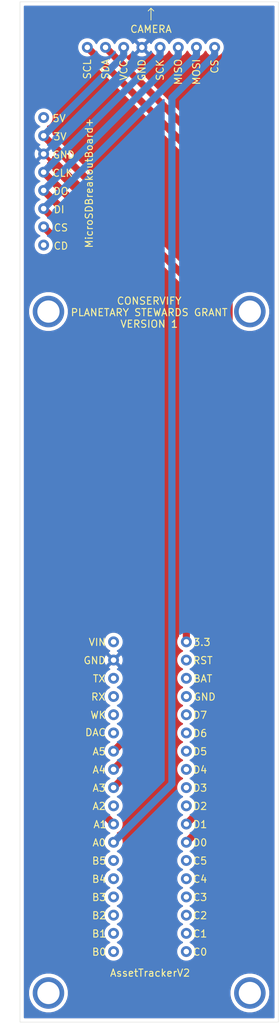
<source format=kicad_pcb>
(kicad_pcb (version 20171130) (host pcbnew "(5.1.2-1)-1")

  (general
    (thickness 1.6)
    (drawings 5)
    (tracks 40)
    (zones 0)
    (modules 3)
    (nets 39)
  )

  (page A4)
  (title_block
    (title "Planetary Stewards PCB")
    (date 2019-08-15)
    (rev v01)
    (company Conservify)
  )

  (layers
    (0 F.Cu signal)
    (31 B.Cu signal)
    (32 B.Adhes user)
    (33 F.Adhes user)
    (34 B.Paste user)
    (35 F.Paste user)
    (36 B.SilkS user)
    (37 F.SilkS user)
    (38 B.Mask user)
    (39 F.Mask user)
    (40 Dwgs.User user)
    (41 Cmts.User user)
    (42 Eco1.User user)
    (43 Eco2.User user)
    (44 Edge.Cuts user)
    (45 Margin user)
    (46 B.CrtYd user)
    (47 F.CrtYd user)
    (48 B.Fab user)
    (49 F.Fab user hide)
  )

  (setup
    (last_trace_width 0.25)
    (user_trace_width 1)
    (trace_clearance 0.2)
    (zone_clearance 0.508)
    (zone_45_only no)
    (trace_min 0.2)
    (via_size 0.8)
    (via_drill 0.4)
    (via_min_size 0.4)
    (via_min_drill 0.3)
    (uvia_size 0.3)
    (uvia_drill 0.1)
    (uvias_allowed no)
    (uvia_min_size 0.2)
    (uvia_min_drill 0.1)
    (edge_width 0.05)
    (segment_width 0.2)
    (pcb_text_width 0.3)
    (pcb_text_size 1.5 1.5)
    (mod_edge_width 0.12)
    (mod_text_size 1 1)
    (mod_text_width 0.15)
    (pad_size 1.524 1.524)
    (pad_drill 0.762)
    (pad_to_mask_clearance 0.051)
    (solder_mask_min_width 0.25)
    (aux_axis_origin 0 0)
    (visible_elements FFFFFF7F)
    (pcbplotparams
      (layerselection 0x010fc_ffffffff)
      (usegerberextensions false)
      (usegerberattributes false)
      (usegerberadvancedattributes false)
      (creategerberjobfile false)
      (excludeedgelayer true)
      (linewidth 0.100000)
      (plotframeref false)
      (viasonmask false)
      (mode 1)
      (useauxorigin false)
      (hpglpennumber 1)
      (hpglpenspeed 20)
      (hpglpendiameter 15.000000)
      (psnegative false)
      (psa4output false)
      (plotreference true)
      (plotvalue true)
      (plotinvisibletext false)
      (padsonsilk false)
      (subtractmaskfromsilk false)
      (outputformat 1)
      (mirror false)
      (drillshape 1)
      (scaleselection 1)
      (outputdirectory ""))
  )

  (net 0 "")
  (net 1 /CS_ARDU)
  (net 2 /MOSI)
  (net 3 /MISO)
  (net 4 /SCK)
  (net 5 GND)
  (net 6 +3V3)
  (net 7 /SDA)
  (net 8 /SCL)
  (net 9 "Net-(uSD1-Pad1)")
  (net 10 /CS_SD)
  (net 11 "Net-(uSD1-Pad8)")
  (net 12 "Net-(uAssetTracker1-Pad1)")
  (net 13 "Net-(uAssetTracker1-Pad3)")
  (net 14 "Net-(uAssetTracker1-Pad4)")
  (net 15 "Net-(uAssetTracker1-Pad5)")
  (net 16 "Net-(uAssetTracker1-Pad6)")
  (net 17 "Net-(uAssetTracker1-Pad10)")
  (net 18 "Net-(uAssetTracker1-Pad13)")
  (net 19 "Net-(uAssetTracker1-Pad14)")
  (net 20 "Net-(uAssetTracker1-Pad15)")
  (net 21 "Net-(uAssetTracker1-Pad16)")
  (net 22 "Net-(uAssetTracker1-Pad17)")
  (net 23 "Net-(uAssetTracker1-Pad18)")
  (net 24 "Net-(uAssetTracker1-Pad20)")
  (net 25 "Net-(uAssetTracker1-Pad21)")
  (net 26 "Net-(uAssetTracker1-Pad22)")
  (net 27 "Net-(uAssetTracker1-Pad23)")
  (net 28 "Net-(uAssetTracker1-Pad24)")
  (net 29 "Net-(uAssetTracker1-Pad25)")
  (net 30 "Net-(uAssetTracker1-Pad26)")
  (net 31 "Net-(uAssetTracker1-Pad27)")
  (net 32 "Net-(uAssetTracker1-Pad28)")
  (net 33 "Net-(uAssetTracker1-Pad31)")
  (net 34 "Net-(uAssetTracker1-Pad32)")
  (net 35 "Net-(uAssetTracker1-Pad33)")
  (net 36 "Net-(uAssetTracker1-Pad34)")
  (net 37 "Net-(uAssetTracker1-Pad35)")
  (net 38 "Net-(uAssetTracker1-Pad36)")

  (net_class Default "This is the default net class."
    (clearance 0.2)
    (trace_width 0.25)
    (via_dia 0.8)
    (via_drill 0.4)
    (uvia_dia 0.3)
    (uvia_drill 0.1)
    (add_net +3V3)
    (add_net /CS_ARDU)
    (add_net /CS_SD)
    (add_net /MISO)
    (add_net /MOSI)
    (add_net /SCK)
    (add_net /SCL)
    (add_net /SDA)
    (add_net GND)
    (add_net "Net-(uAssetTracker1-Pad1)")
    (add_net "Net-(uAssetTracker1-Pad10)")
    (add_net "Net-(uAssetTracker1-Pad13)")
    (add_net "Net-(uAssetTracker1-Pad14)")
    (add_net "Net-(uAssetTracker1-Pad15)")
    (add_net "Net-(uAssetTracker1-Pad16)")
    (add_net "Net-(uAssetTracker1-Pad17)")
    (add_net "Net-(uAssetTracker1-Pad18)")
    (add_net "Net-(uAssetTracker1-Pad20)")
    (add_net "Net-(uAssetTracker1-Pad21)")
    (add_net "Net-(uAssetTracker1-Pad22)")
    (add_net "Net-(uAssetTracker1-Pad23)")
    (add_net "Net-(uAssetTracker1-Pad24)")
    (add_net "Net-(uAssetTracker1-Pad25)")
    (add_net "Net-(uAssetTracker1-Pad26)")
    (add_net "Net-(uAssetTracker1-Pad27)")
    (add_net "Net-(uAssetTracker1-Pad28)")
    (add_net "Net-(uAssetTracker1-Pad3)")
    (add_net "Net-(uAssetTracker1-Pad31)")
    (add_net "Net-(uAssetTracker1-Pad32)")
    (add_net "Net-(uAssetTracker1-Pad33)")
    (add_net "Net-(uAssetTracker1-Pad34)")
    (add_net "Net-(uAssetTracker1-Pad35)")
    (add_net "Net-(uAssetTracker1-Pad36)")
    (add_net "Net-(uAssetTracker1-Pad4)")
    (add_net "Net-(uAssetTracker1-Pad5)")
    (add_net "Net-(uAssetTracker1-Pad6)")
    (add_net "Net-(uSD1-Pad1)")
    (add_net "Net-(uSD1-Pad8)")
  )

  (module "PlanetaryStewardsGrant Footprints:Arducam_OV5642" (layer F.Cu) (tedit 5D55B46A) (tstamp 5D5648B1)
    (at 116.205 41.402 270)
    (path /5D4E2D90)
    (fp_text reference uArduCam1 (at -12.573 4.191 180) (layer F.Fab)
      (effects (font (size 1 1) (thickness 0.15)))
    )
    (fp_text value Arducam_OV5642 (at -12.827 19.05) (layer F.Fab)
      (effects (font (size 1 1) (thickness 0.15)))
    )
    (fp_text user CAMERA (at -7.62 12.7 180) (layer F.SilkS)
      (effects (font (size 1 1) (thickness 0.15)))
    )
    (fp_line (start -10.541 12.7) (end -10.16 13.081) (layer F.SilkS) (width 0.12))
    (fp_line (start -10.541 12.7) (end -10.16 12.319) (layer F.SilkS) (width 0.12))
    (fp_line (start -10.541 12.7) (end -8.89 12.7) (layer F.SilkS) (width 0.12))
    (fp_text user SCL (at -2.032 21.59 90) (layer F.SilkS)
      (effects (font (size 1 1) (thickness 0.15)))
    )
    (fp_text user SDA (at -2.032 19.05 90) (layer F.SilkS)
      (effects (font (size 1 1) (thickness 0.15)))
    )
    (fp_text user VCC (at -1.905 16.51 90) (layer F.SilkS)
      (effects (font (size 1 1) (thickness 0.15)))
    )
    (fp_text user GND (at -1.905 13.97 90) (layer F.SilkS)
      (effects (font (size 1 1) (thickness 0.15)))
    )
    (fp_text user SCK (at -1.905 11.43 90) (layer F.SilkS)
      (effects (font (size 1 1) (thickness 0.15)))
    )
    (fp_text user MISO (at -1.651 8.89 90) (layer F.SilkS)
      (effects (font (size 1 1) (thickness 0.15)))
    )
    (fp_text user MOSI (at -1.651 6.35 90) (layer F.SilkS)
      (effects (font (size 1 1) (thickness 0.15)))
    )
    (fp_text user CS (at -2.413 3.81 90) (layer F.SilkS)
      (effects (font (size 1 1) (thickness 0.15)))
    )
    (fp_line (start 0.889 25.4) (end -11.43 25.4) (layer F.Fab) (width 0.12))
    (fp_line (start 0.889 0) (end 0.889 25.4) (layer F.Fab) (width 0.12))
    (fp_line (start -11.43 0) (end 0.889 0) (layer F.Fab) (width 0.12))
    (fp_line (start -11.43 0) (end -11.43 25.4) (layer F.Fab) (width 0.12))
    (pad 8 thru_hole circle (at -5.08 21.59 270) (size 1.524 1.524) (drill 0.762) (layers *.Cu *.Mask)
      (net 8 /SCL))
    (pad 7 thru_hole circle (at -5.08 19.05 270) (size 1.524 1.524) (drill 0.762) (layers *.Cu *.Mask)
      (net 7 /SDA))
    (pad 6 thru_hole circle (at -5.08 16.51 270) (size 1.524 1.524) (drill 0.762) (layers *.Cu *.Mask)
      (net 6 +3V3))
    (pad 5 thru_hole circle (at -5.08 13.97 270) (size 1.524 1.524) (drill 0.762) (layers *.Cu *.Mask)
      (net 5 GND))
    (pad 4 thru_hole circle (at -5.08 11.43 270) (size 1.524 1.524) (drill 0.762) (layers *.Cu *.Mask)
      (net 4 /SCK))
    (pad 3 thru_hole circle (at -5.08 8.89 270) (size 1.524 1.524) (drill 0.762) (layers *.Cu *.Mask)
      (net 3 /MISO))
    (pad 2 thru_hole circle (at -5.08 6.35 270) (size 1.524 1.524) (drill 0.762) (layers *.Cu *.Mask)
      (net 2 /MOSI))
    (pad 1 thru_hole circle (at -5.08 3.81 270) (size 1.524 1.524) (drill 0.762) (layers *.Cu *.Mask)
      (net 1 /CS_ARDU))
  )

  (module "PlanetaryStewardsGrant Footprints:MicroSDBreakoutBoard+" (layer F.Cu) (tedit 5D55B4A5) (tstamp 5D562975)
    (at 93.599 42.291)
    (path /5D4E37F9)
    (fp_text reference uSD1 (at 25.146 1.778 90) (layer F.Fab)
      (effects (font (size 1 1) (thickness 0.15)))
    )
    (fp_text value MicroSDBreakoutBoard+ (at 25.146 16.256 90) (layer F.Fab)
      (effects (font (size 1 1) (thickness 0.15)))
    )
    (fp_text user MicroSDBreakoutBoard+ (at 1.27 12.954 90) (layer F.SilkS)
      (effects (font (size 1 1) (thickness 0.15)))
    )
    (fp_text user CD (at -2.667 21.717) (layer F.SilkS)
      (effects (font (size 1 1) (thickness 0.15)))
    )
    (fp_text user CS (at -2.667 19.177) (layer F.SilkS)
      (effects (font (size 1 1) (thickness 0.15)))
    )
    (fp_text user DI (at -2.921 16.637) (layer F.SilkS)
      (effects (font (size 1 1) (thickness 0.15)))
    )
    (fp_text user DO (at -2.667 14.097) (layer F.SilkS)
      (effects (font (size 1 1) (thickness 0.15)))
    )
    (fp_text user CLK (at -2.413 11.557) (layer F.SilkS)
      (effects (font (size 1 1) (thickness 0.15)))
    )
    (fp_text user GND (at -2.286 9.017) (layer F.SilkS)
      (effects (font (size 1 1) (thickness 0.15)))
    )
    (fp_text user 3V (at -2.794 6.477) (layer F.SilkS)
      (effects (font (size 1 1) (thickness 0.15)))
    )
    (fp_text user 5V (at -2.921 3.937) (layer F.SilkS)
      (effects (font (size 1 1) (thickness 0.15)))
    )
    (fp_line (start 24.13 0) (end -6.604 0) (layer F.Fab) (width 0.12))
    (fp_line (start 24.13 25.4) (end 24.13 0) (layer F.Fab) (width 0.12))
    (fp_line (start -6.604 25.4) (end 24.13 25.4) (layer F.Fab) (width 0.12))
    (fp_line (start -6.604 0) (end -6.604 25.4) (layer F.Fab) (width 0.12))
    (pad 8 thru_hole circle (at -5.08 21.59) (size 1.524 1.524) (drill 0.762) (layers *.Cu *.Mask)
      (net 11 "Net-(uSD1-Pad8)"))
    (pad 7 thru_hole circle (at -5.08 19.05) (size 1.524 1.524) (drill 0.762) (layers *.Cu *.Mask)
      (net 10 /CS_SD))
    (pad 6 thru_hole circle (at -5.08 16.51) (size 1.524 1.524) (drill 0.762) (layers *.Cu *.Mask)
      (net 2 /MOSI))
    (pad 5 thru_hole circle (at -5.08 13.97) (size 1.524 1.524) (drill 0.762) (layers *.Cu *.Mask)
      (net 3 /MISO))
    (pad 4 thru_hole circle (at -5.08 11.43) (size 1.524 1.524) (drill 0.762) (layers *.Cu *.Mask)
      (net 4 /SCK))
    (pad 3 thru_hole circle (at -5.08 8.89) (size 1.524 1.524) (drill 0.762) (layers *.Cu *.Mask)
      (net 5 GND))
    (pad 2 thru_hole circle (at -5.08 6.35) (size 1.524 1.524) (drill 0.762) (layers *.Cu *.Mask)
      (net 6 +3V3))
    (pad 1 thru_hole circle (at -5.08 3.81) (size 1.524 1.524) (drill 0.762) (layers *.Cu *.Mask)
      (net 9 "Net-(uSD1-Pad1)"))
  )

  (module "PlanetaryStewardsGrant Footprints:AssetTrackerV2" (layer F.Cu) (tedit 5D55B4B2) (tstamp 5D561259)
    (at 82.677 66.294)
    (path /5D4E0E52)
    (fp_text reference uAssetTracker1 (at 33.401 107.315 180) (layer F.Fab)
      (effects (font (size 1 1) (thickness 0.15)))
    )
    (fp_text value AssetTrackerV2 (at 8.128 107.315 180) (layer F.Fab)
      (effects (font (size 1 1) (thickness 0.15)))
    )
    (fp_text user AssetTrackerV2 (at 20.701 99.06) (layer F.SilkS)
      (effects (font (size 1 1) (thickness 0.15)))
    )
    (fp_text user B0 (at 13.589 96.139) (layer F.SilkS)
      (effects (font (size 1 1) (thickness 0.15)))
    )
    (fp_text user B1 (at 13.589 93.599) (layer F.SilkS)
      (effects (font (size 1 1) (thickness 0.15)))
    )
    (fp_text user B2 (at 13.589 91.059) (layer F.SilkS)
      (effects (font (size 1 1) (thickness 0.15)))
    )
    (fp_text user B3 (at 13.589 88.519) (layer F.SilkS)
      (effects (font (size 1 1) (thickness 0.15)))
    )
    (fp_text user B4 (at 13.589 85.979) (layer F.SilkS)
      (effects (font (size 1 1) (thickness 0.15)))
    )
    (fp_text user B5 (at 13.589 83.439) (layer F.SilkS)
      (effects (font (size 1 1) (thickness 0.15)))
    )
    (fp_text user A0 (at 13.589 80.899) (layer F.SilkS)
      (effects (font (size 1 1) (thickness 0.15)))
    )
    (fp_text user A1 (at 13.716 78.359) (layer F.SilkS)
      (effects (font (size 1 1) (thickness 0.15)))
    )
    (fp_text user A2 (at 13.589 75.819) (layer F.SilkS)
      (effects (font (size 1 1) (thickness 0.15)))
    )
    (fp_text user A3 (at 13.589 73.279) (layer F.SilkS)
      (effects (font (size 1 1) (thickness 0.15)))
    )
    (fp_text user A4 (at 13.589 70.739) (layer F.SilkS)
      (effects (font (size 1 1) (thickness 0.15)))
    )
    (fp_text user A5 (at 13.589 68.199) (layer F.SilkS)
      (effects (font (size 1 1) (thickness 0.15)))
    )
    (fp_text user DAC (at 13.081 65.532) (layer F.SilkS)
      (effects (font (size 1 1) (thickness 0.15)))
    )
    (fp_text user WK (at 13.462 63.119) (layer F.SilkS)
      (effects (font (size 1 1) (thickness 0.15)))
    )
    (fp_text user RX (at 13.462 60.579) (layer F.SilkS)
      (effects (font (size 1 1) (thickness 0.15)))
    )
    (fp_text user TX (at 13.589 58.039) (layer F.SilkS)
      (effects (font (size 1 1) (thickness 0.15)))
    )
    (fp_text user GND (at 12.954 55.499) (layer F.SilkS)
      (effects (font (size 1 1) (thickness 0.15)))
    )
    (fp_text user VIN (at 13.335 52.959) (layer F.SilkS)
      (effects (font (size 1 1) (thickness 0.15)))
    )
    (fp_text user C0 (at 27.686 96.139) (layer F.SilkS)
      (effects (font (size 1 1) (thickness 0.15)))
    )
    (fp_text user C1 (at 27.686 93.599) (layer F.SilkS)
      (effects (font (size 1 1) (thickness 0.15)))
    )
    (fp_text user C2 (at 27.686 91.059) (layer F.SilkS)
      (effects (font (size 1 1) (thickness 0.15)))
    )
    (fp_text user C3 (at 27.686 88.519) (layer F.SilkS)
      (effects (font (size 1 1) (thickness 0.15)))
    )
    (fp_text user C4 (at 27.686 85.979) (layer F.SilkS)
      (effects (font (size 1 1) (thickness 0.15)))
    )
    (fp_text user C5 (at 27.686 83.439) (layer F.SilkS)
      (effects (font (size 1 1) (thickness 0.15)))
    )
    (fp_text user D0 (at 27.686 80.899) (layer F.SilkS)
      (effects (font (size 1 1) (thickness 0.15)))
    )
    (fp_text user D1 (at 27.686 78.359) (layer F.SilkS)
      (effects (font (size 1 1) (thickness 0.15)))
    )
    (fp_text user D2 (at 27.686 75.819) (layer F.SilkS)
      (effects (font (size 1 1) (thickness 0.15)))
    )
    (fp_text user D3 (at 27.686 73.279) (layer F.SilkS)
      (effects (font (size 1 1) (thickness 0.15)))
    )
    (fp_text user D4 (at 27.686 70.739) (layer F.SilkS)
      (effects (font (size 1 1) (thickness 0.15)))
    )
    (fp_text user D5 (at 27.686 68.199) (layer F.SilkS)
      (effects (font (size 1 1) (thickness 0.15)))
    )
    (fp_text user D6 (at 27.686 65.659) (layer F.SilkS)
      (effects (font (size 1 1) (thickness 0.15)))
    )
    (fp_text user D7 (at 27.686 63.119) (layer F.SilkS)
      (effects (font (size 1 1) (thickness 0.15)))
    )
    (fp_text user GND (at 28.321 60.579) (layer F.SilkS)
      (effects (font (size 1 1) (thickness 0.15)))
    )
    (fp_text user BAT (at 28.067 58.039) (layer F.SilkS)
      (effects (font (size 1 1) (thickness 0.15)))
    )
    (fp_text user RST (at 28.067 55.499) (layer F.SilkS)
      (effects (font (size 1 1) (thickness 0.15)))
    )
    (fp_text user 3.3 (at 27.94 52.959) (layer F.SilkS)
      (effects (font (size 1 1) (thickness 0.15)))
    )
    (fp_line (start 2.54 105.918) (end 2.54 2.794) (layer F.Fab) (width 0.12))
    (fp_line (start 38.608 2.794) (end 2.54 2.794) (layer F.Fab) (width 0.12))
    (fp_line (start 38.608 105.918) (end 38.608 2.794) (layer F.Fab) (width 0.12))
    (fp_line (start 38.608 105.918) (end 2.54 105.918) (layer F.Fab) (width 0.12))
    (pad "" thru_hole circle (at 6.5151 6.858 180) (size 4.4 4.4) (drill 3.1) (layers *.Cu *.Mask))
    (pad "" thru_hole circle (at 34.6329 6.858 180) (size 4.4 4.4) (drill 3.1) (layers *.Cu *.Mask))
    (pad "" thru_hole circle (at 6.5151 101.854 180) (size 4.4 4.4) (drill 3.1) (layers *.Cu *.Mask))
    (pad "" thru_hole circle (at 34.6329 101.854 180) (size 4.4 4.4) (drill 3.1) (layers *.Cu *.Mask))
    (pad 1 thru_hole circle (at 15.604 52.902 180) (size 1.524 1.524) (drill 0.762) (layers *.Cu *.Mask)
      (net 12 "Net-(uAssetTracker1-Pad1)"))
    (pad 2 thru_hole circle (at 15.604 55.442 180) (size 1.524 1.524) (drill 0.762) (layers *.Cu *.Mask)
      (net 5 GND))
    (pad 3 thru_hole circle (at 15.604 57.982 180) (size 1.524 1.524) (drill 0.762) (layers *.Cu *.Mask)
      (net 13 "Net-(uAssetTracker1-Pad3)"))
    (pad 4 thru_hole circle (at 15.604 60.522 180) (size 1.524 1.524) (drill 0.762) (layers *.Cu *.Mask)
      (net 14 "Net-(uAssetTracker1-Pad4)"))
    (pad 5 thru_hole circle (at 15.604 63.062 180) (size 1.524 1.524) (drill 0.762) (layers *.Cu *.Mask)
      (net 15 "Net-(uAssetTracker1-Pad5)"))
    (pad 6 thru_hole circle (at 15.604 65.602 180) (size 1.524 1.524) (drill 0.762) (layers *.Cu *.Mask)
      (net 16 "Net-(uAssetTracker1-Pad6)"))
    (pad 7 thru_hole circle (at 15.604 68.142 180) (size 1.524 1.524) (drill 0.762) (layers *.Cu *.Mask)
      (net 2 /MOSI))
    (pad 8 thru_hole circle (at 15.604 70.682 180) (size 1.524 1.524) (drill 0.762) (layers *.Cu *.Mask)
      (net 3 /MISO))
    (pad 9 thru_hole circle (at 15.604 73.222 180) (size 1.524 1.524) (drill 0.762) (layers *.Cu *.Mask)
      (net 4 /SCK))
    (pad 10 thru_hole circle (at 15.604 75.762 180) (size 1.524 1.524) (drill 0.762) (layers *.Cu *.Mask)
      (net 17 "Net-(uAssetTracker1-Pad10)"))
    (pad 11 thru_hole circle (at 15.604 78.302 180) (size 1.524 1.524) (drill 0.762) (layers *.Cu *.Mask)
      (net 10 /CS_SD))
    (pad 12 thru_hole circle (at 15.604 80.842 180) (size 1.524 1.524) (drill 0.762) (layers *.Cu *.Mask)
      (net 1 /CS_ARDU))
    (pad 13 thru_hole circle (at 15.604 83.382 180) (size 1.524 1.524) (drill 0.762) (layers *.Cu *.Mask)
      (net 18 "Net-(uAssetTracker1-Pad13)"))
    (pad 14 thru_hole circle (at 15.604 85.922 180) (size 1.524 1.524) (drill 0.762) (layers *.Cu *.Mask)
      (net 19 "Net-(uAssetTracker1-Pad14)"))
    (pad 15 thru_hole circle (at 15.604 88.462 180) (size 1.524 1.524) (drill 0.762) (layers *.Cu *.Mask)
      (net 20 "Net-(uAssetTracker1-Pad15)"))
    (pad 16 thru_hole circle (at 15.604 91.002 180) (size 1.524 1.524) (drill 0.762) (layers *.Cu *.Mask)
      (net 21 "Net-(uAssetTracker1-Pad16)"))
    (pad 17 thru_hole circle (at 15.604 93.542 180) (size 1.524 1.524) (drill 0.762) (layers *.Cu *.Mask)
      (net 22 "Net-(uAssetTracker1-Pad17)"))
    (pad 18 thru_hole circle (at 15.604 96.082 180) (size 1.524 1.524) (drill 0.762) (layers *.Cu *.Mask)
      (net 23 "Net-(uAssetTracker1-Pad18)"))
    (pad 19 thru_hole circle (at 25.764 52.902 180) (size 1.524 1.524) (drill 0.762) (layers *.Cu *.Mask)
      (net 6 +3V3))
    (pad 20 thru_hole circle (at 25.764 55.442 180) (size 1.524 1.524) (drill 0.762) (layers *.Cu *.Mask)
      (net 24 "Net-(uAssetTracker1-Pad20)"))
    (pad 21 thru_hole circle (at 25.764 57.982 180) (size 1.524 1.524) (drill 0.762) (layers *.Cu *.Mask)
      (net 25 "Net-(uAssetTracker1-Pad21)"))
    (pad 22 thru_hole circle (at 25.764 60.522 180) (size 1.524 1.524) (drill 0.762) (layers *.Cu *.Mask)
      (net 26 "Net-(uAssetTracker1-Pad22)"))
    (pad 23 thru_hole circle (at 25.764 63.062 180) (size 1.524 1.524) (drill 0.762) (layers *.Cu *.Mask)
      (net 27 "Net-(uAssetTracker1-Pad23)"))
    (pad 24 thru_hole circle (at 25.764 65.602 180) (size 1.524 1.524) (drill 0.762) (layers *.Cu *.Mask)
      (net 28 "Net-(uAssetTracker1-Pad24)"))
    (pad 25 thru_hole circle (at 25.764 68.142 180) (size 1.524 1.524) (drill 0.762) (layers *.Cu *.Mask)
      (net 29 "Net-(uAssetTracker1-Pad25)"))
    (pad 26 thru_hole circle (at 25.764 70.682 180) (size 1.524 1.524) (drill 0.762) (layers *.Cu *.Mask)
      (net 30 "Net-(uAssetTracker1-Pad26)"))
    (pad 27 thru_hole circle (at 25.764 73.222 180) (size 1.524 1.524) (drill 0.762) (layers *.Cu *.Mask)
      (net 31 "Net-(uAssetTracker1-Pad27)"))
    (pad 28 thru_hole circle (at 25.764 75.762 180) (size 1.524 1.524) (drill 0.762) (layers *.Cu *.Mask)
      (net 32 "Net-(uAssetTracker1-Pad28)"))
    (pad 29 thru_hole circle (at 25.764 78.302 180) (size 1.524 1.524) (drill 0.762) (layers *.Cu *.Mask)
      (net 8 /SCL))
    (pad 30 thru_hole circle (at 25.764 80.842 180) (size 1.524 1.524) (drill 0.762) (layers *.Cu *.Mask)
      (net 7 /SDA))
    (pad 31 thru_hole circle (at 25.764 83.382 180) (size 1.524 1.524) (drill 0.762) (layers *.Cu *.Mask)
      (net 33 "Net-(uAssetTracker1-Pad31)"))
    (pad 32 thru_hole circle (at 25.764 85.922 180) (size 1.524 1.524) (drill 0.762) (layers *.Cu *.Mask)
      (net 34 "Net-(uAssetTracker1-Pad32)"))
    (pad 33 thru_hole circle (at 25.764 88.462 180) (size 1.524 1.524) (drill 0.762) (layers *.Cu *.Mask)
      (net 35 "Net-(uAssetTracker1-Pad33)"))
    (pad 34 thru_hole circle (at 25.764 91.002 180) (size 1.524 1.524) (drill 0.762) (layers *.Cu *.Mask)
      (net 36 "Net-(uAssetTracker1-Pad34)"))
    (pad 35 thru_hole circle (at 25.764 93.542 180) (size 1.524 1.524) (drill 0.762) (layers *.Cu *.Mask)
      (net 37 "Net-(uAssetTracker1-Pad35)"))
    (pad 36 thru_hole circle (at 25.758 96.078 180) (size 1.524 1.524) (drill 0.762) (layers *.Cu *.Mask)
      (net 38 "Net-(uAssetTracker1-Pad36)"))
  )

  (gr_text "CONSERVIFY\nPLANETARY STEWARDS GRANT\nVERSION 1\n" (at 103.251 73.279) (layer F.SilkS)
    (effects (font (size 1 1) (thickness 0.15)))
  )
  (gr_line (start 121.285 172.212) (end 85.217 172.212) (layer Edge.Cuts) (width 0.05) (tstamp 5D563F01))
  (gr_line (start 121.285 29.972) (end 121.285 172.212) (layer Edge.Cuts) (width 0.05))
  (gr_line (start 85.217 29.972) (end 121.285 29.972) (layer Edge.Cuts) (width 0.05))
  (gr_line (start 85.217 172.212) (end 85.217 29.972) (layer Edge.Cuts) (width 0.05))

  (segment (start 98.281 147.136) (end 106.426 138.991) (width 1) (layer B.Cu) (net 1))
  (segment (start 112.395 37.39963) (end 112.395 36.322) (width 1) (layer B.Cu) (net 1))
  (segment (start 106.426 43.36863) (end 112.395 37.39963) (width 1) (layer B.Cu) (net 1))
  (segment (start 106.426 138.991) (end 106.426 43.36863) (width 1) (layer B.Cu) (net 1))
  (segment (start 99.743001 132.973999) (end 99.743001 132.920999) (width 1) (layer F.Cu) (net 2))
  (segment (start 98.281 134.436) (end 99.743001 132.973999) (width 1) (layer F.Cu) (net 2))
  (segment (start 99.743001 132.920999) (end 100.584 132.08) (width 1) (layer F.Cu) (net 2))
  (segment (start 100.584 70.866) (end 88.519 58.801) (width 1) (layer F.Cu) (net 2))
  (segment (start 100.584 132.08) (end 100.584 70.866) (width 1) (layer F.Cu) (net 2))
  (segment (start 109.855 37.465) (end 109.855 36.322) (width 1) (layer B.Cu) (net 2))
  (segment (start 88.519 58.801) (end 109.855 37.465) (width 1) (layer B.Cu) (net 2))
  (segment (start 98.281 136.976) (end 102.362 132.895) (width 1) (layer F.Cu) (net 3))
  (segment (start 102.362 70.104) (end 88.519 56.261) (width 1) (layer F.Cu) (net 3))
  (segment (start 102.362 132.895) (end 102.362 70.104) (width 1) (layer F.Cu) (net 3))
  (segment (start 107.315 37.465) (end 107.315 36.322) (width 1) (layer B.Cu) (net 3))
  (segment (start 88.519 56.261) (end 107.315 37.465) (width 1) (layer B.Cu) (net 3))
  (segment (start 103.56201 134.23499) (end 103.56201 134.18199) (width 1) (layer F.Cu) (net 4))
  (segment (start 98.281 139.516) (end 103.56201 134.23499) (width 1) (layer F.Cu) (net 4))
  (segment (start 103.56201 134.18199) (end 104.14 133.604) (width 1) (layer F.Cu) (net 4))
  (segment (start 104.14 69.342) (end 88.519 53.721) (width 1) (layer F.Cu) (net 4))
  (segment (start 104.14 133.604) (end 104.14 69.342) (width 1) (layer F.Cu) (net 4))
  (segment (start 104.775 37.465) (end 104.775 36.322) (width 1) (layer B.Cu) (net 4))
  (segment (start 88.519 53.721) (end 104.775 37.465) (width 1) (layer B.Cu) (net 4))
  (segment (start 108.441 68.563) (end 88.519 48.641) (width 1) (layer F.Cu) (net 6))
  (segment (start 108.441 119.196) (end 108.441 68.563) (width 1) (layer F.Cu) (net 6))
  (segment (start 99.695 37.465) (end 99.695 36.322) (width 1) (layer B.Cu) (net 6))
  (segment (start 88.519 48.641) (end 99.695 37.465) (width 1) (layer B.Cu) (net 6))
  (segment (start 113.97601 141.60099) (end 113.97601 141.54799) (width 1) (layer F.Cu) (net 7))
  (segment (start 108.441 147.136) (end 113.97601 141.60099) (width 1) (layer F.Cu) (net 7))
  (segment (start 114.409899 53.576899) (end 97.916999 37.083999) (width 1) (layer F.Cu) (net 7))
  (segment (start 114.409899 141.114101) (end 114.409899 53.576899) (width 1) (layer F.Cu) (net 7))
  (segment (start 97.916999 37.083999) (end 97.155 36.322) (width 1) (layer F.Cu) (net 7))
  (segment (start 113.97601 141.54799) (end 114.409899 141.114101) (width 1) (layer F.Cu) (net 7))
  (segment (start 95.376999 37.083999) (end 94.615 36.322) (width 1) (layer F.Cu) (net 8))
  (segment (start 112.776 140.261) (end 112.776 54.483) (width 1) (layer F.Cu) (net 8))
  (segment (start 112.776 54.483) (end 95.376999 37.083999) (width 1) (layer F.Cu) (net 8))
  (segment (start 108.441 144.596) (end 112.776 140.261) (width 1) (layer F.Cu) (net 8))
  (segment (start 98.281 144.596) (end 94.234 140.549) (width 1) (layer F.Cu) (net 10))
  (segment (start 94.234 67.056) (end 88.519 61.341) (width 1) (layer F.Cu) (net 10))
  (segment (start 94.234 140.549) (end 94.234 67.056) (width 1) (layer F.Cu) (net 10))

  (zone (net 5) (net_name GND) (layer F.Cu) (tstamp 5D564AF2) (hatch edge 0.508)
    (connect_pads (clearance 0.508))
    (min_thickness 0.254)
    (fill yes (arc_segments 32) (thermal_gap 0.508) (thermal_bridge_width 0.508))
    (polygon
      (pts
        (xy 84.963 172.466) (xy 84.963 29.718) (xy 121.539 29.718) (xy 121.539 172.466)
      )
    )
    (filled_polygon
      (pts
        (xy 120.625001 171.552) (xy 85.877 171.552) (xy 85.877 167.868777) (xy 86.3571 167.868777) (xy 86.3571 168.427223)
        (xy 86.466048 168.974939) (xy 86.679756 169.490876) (xy 86.990012 169.955207) (xy 87.384893 170.350088) (xy 87.849224 170.660344)
        (xy 88.365161 170.874052) (xy 88.912877 170.983) (xy 89.471323 170.983) (xy 90.019039 170.874052) (xy 90.534976 170.660344)
        (xy 90.999307 170.350088) (xy 91.394188 169.955207) (xy 91.704444 169.490876) (xy 91.918152 168.974939) (xy 92.0271 168.427223)
        (xy 92.0271 167.868777) (xy 114.4749 167.868777) (xy 114.4749 168.427223) (xy 114.583848 168.974939) (xy 114.797556 169.490876)
        (xy 115.107812 169.955207) (xy 115.502693 170.350088) (xy 115.967024 170.660344) (xy 116.482961 170.874052) (xy 117.030677 170.983)
        (xy 117.589123 170.983) (xy 118.136839 170.874052) (xy 118.652776 170.660344) (xy 119.117107 170.350088) (xy 119.511988 169.955207)
        (xy 119.822244 169.490876) (xy 120.035952 168.974939) (xy 120.1449 168.427223) (xy 120.1449 167.868777) (xy 120.035952 167.321061)
        (xy 119.822244 166.805124) (xy 119.511988 166.340793) (xy 119.117107 165.945912) (xy 118.652776 165.635656) (xy 118.136839 165.421948)
        (xy 117.589123 165.313) (xy 117.030677 165.313) (xy 116.482961 165.421948) (xy 115.967024 165.635656) (xy 115.502693 165.945912)
        (xy 115.107812 166.340793) (xy 114.797556 166.805124) (xy 114.583848 167.321061) (xy 114.4749 167.868777) (xy 92.0271 167.868777)
        (xy 91.918152 167.321061) (xy 91.704444 166.805124) (xy 91.394188 166.340793) (xy 90.999307 165.945912) (xy 90.534976 165.635656)
        (xy 90.019039 165.421948) (xy 89.471323 165.313) (xy 88.912877 165.313) (xy 88.365161 165.421948) (xy 87.849224 165.635656)
        (xy 87.384893 165.945912) (xy 86.990012 166.340793) (xy 86.679756 166.805124) (xy 86.466048 167.321061) (xy 86.3571 167.868777)
        (xy 85.877 167.868777) (xy 85.877 72.872777) (xy 86.3571 72.872777) (xy 86.3571 73.431223) (xy 86.466048 73.978939)
        (xy 86.679756 74.494876) (xy 86.990012 74.959207) (xy 87.384893 75.354088) (xy 87.849224 75.664344) (xy 88.365161 75.878052)
        (xy 88.912877 75.987) (xy 89.471323 75.987) (xy 90.019039 75.878052) (xy 90.534976 75.664344) (xy 90.999307 75.354088)
        (xy 91.394188 74.959207) (xy 91.704444 74.494876) (xy 91.918152 73.978939) (xy 92.0271 73.431223) (xy 92.0271 72.872777)
        (xy 91.918152 72.325061) (xy 91.704444 71.809124) (xy 91.394188 71.344793) (xy 90.999307 70.949912) (xy 90.534976 70.639656)
        (xy 90.019039 70.425948) (xy 89.471323 70.317) (xy 88.912877 70.317) (xy 88.365161 70.425948) (xy 87.849224 70.639656)
        (xy 87.384893 70.949912) (xy 86.990012 71.344793) (xy 86.679756 71.809124) (xy 86.466048 72.325061) (xy 86.3571 72.872777)
        (xy 85.877 72.872777) (xy 85.877 53.583408) (xy 87.122 53.583408) (xy 87.122 53.858592) (xy 87.175686 54.12849)
        (xy 87.280995 54.382727) (xy 87.43388 54.611535) (xy 87.628465 54.80612) (xy 87.857273 54.959005) (xy 87.934515 54.991)
        (xy 87.857273 55.022995) (xy 87.628465 55.17588) (xy 87.43388 55.370465) (xy 87.280995 55.599273) (xy 87.175686 55.85351)
        (xy 87.122 56.123408) (xy 87.122 56.398592) (xy 87.175686 56.66849) (xy 87.280995 56.922727) (xy 87.43388 57.151535)
        (xy 87.628465 57.34612) (xy 87.857273 57.499005) (xy 87.934515 57.531) (xy 87.857273 57.562995) (xy 87.628465 57.71588)
        (xy 87.43388 57.910465) (xy 87.280995 58.139273) (xy 87.175686 58.39351) (xy 87.122 58.663408) (xy 87.122 58.938592)
        (xy 87.175686 59.20849) (xy 87.280995 59.462727) (xy 87.43388 59.691535) (xy 87.628465 59.88612) (xy 87.857273 60.039005)
        (xy 87.934515 60.071) (xy 87.857273 60.102995) (xy 87.628465 60.25588) (xy 87.43388 60.450465) (xy 87.280995 60.679273)
        (xy 87.175686 60.93351) (xy 87.122 61.203408) (xy 87.122 61.478592) (xy 87.175686 61.74849) (xy 87.280995 62.002727)
        (xy 87.43388 62.231535) (xy 87.628465 62.42612) (xy 87.857273 62.579005) (xy 87.934515 62.611) (xy 87.857273 62.642995)
        (xy 87.628465 62.79588) (xy 87.43388 62.990465) (xy 87.280995 63.219273) (xy 87.175686 63.47351) (xy 87.122 63.743408)
        (xy 87.122 64.018592) (xy 87.175686 64.28849) (xy 87.280995 64.542727) (xy 87.43388 64.771535) (xy 87.628465 64.96612)
        (xy 87.857273 65.119005) (xy 88.11151 65.224314) (xy 88.381408 65.278) (xy 88.656592 65.278) (xy 88.92649 65.224314)
        (xy 89.180727 65.119005) (xy 89.409535 64.96612) (xy 89.60412 64.771535) (xy 89.757005 64.542727) (xy 89.862034 64.289166)
        (xy 93.099001 67.526134) (xy 93.099 140.493249) (xy 93.093509 140.549) (xy 93.099 140.604751) (xy 93.115423 140.771498)
        (xy 93.180324 140.985446) (xy 93.285716 141.182623) (xy 93.427551 141.355449) (xy 93.470865 141.390996) (xy 96.901515 144.821647)
        (xy 96.937686 145.00349) (xy 97.042995 145.257727) (xy 97.19588 145.486535) (xy 97.390465 145.68112) (xy 97.619273 145.834005)
        (xy 97.696515 145.866) (xy 97.619273 145.897995) (xy 97.390465 146.05088) (xy 97.19588 146.245465) (xy 97.042995 146.474273)
        (xy 96.937686 146.72851) (xy 96.884 146.998408) (xy 96.884 147.273592) (xy 96.937686 147.54349) (xy 97.042995 147.797727)
        (xy 97.19588 148.026535) (xy 97.390465 148.22112) (xy 97.619273 148.374005) (xy 97.696515 148.406) (xy 97.619273 148.437995)
        (xy 97.390465 148.59088) (xy 97.19588 148.785465) (xy 97.042995 149.014273) (xy 96.937686 149.26851) (xy 96.884 149.538408)
        (xy 96.884 149.813592) (xy 96.937686 150.08349) (xy 97.042995 150.337727) (xy 97.19588 150.566535) (xy 97.390465 150.76112)
        (xy 97.619273 150.914005) (xy 97.696515 150.946) (xy 97.619273 150.977995) (xy 97.390465 151.13088) (xy 97.19588 151.325465)
        (xy 97.042995 151.554273) (xy 96.937686 151.80851) (xy 96.884 152.078408) (xy 96.884 152.353592) (xy 96.937686 152.62349)
        (xy 97.042995 152.877727) (xy 97.19588 153.106535) (xy 97.390465 153.30112) (xy 97.619273 153.454005) (xy 97.696515 153.486)
        (xy 97.619273 153.517995) (xy 97.390465 153.67088) (xy 97.19588 153.865465) (xy 97.042995 154.094273) (xy 96.937686 154.34851)
        (xy 96.884 154.618408) (xy 96.884 154.893592) (xy 96.937686 155.16349) (xy 97.042995 155.417727) (xy 97.19588 155.646535)
        (xy 97.390465 155.84112) (xy 97.619273 155.994005) (xy 97.696515 156.026) (xy 97.619273 156.057995) (xy 97.390465 156.21088)
        (xy 97.19588 156.405465) (xy 97.042995 156.634273) (xy 96.937686 156.88851) (xy 96.884 157.158408) (xy 96.884 157.433592)
        (xy 96.937686 157.70349) (xy 97.042995 157.957727) (xy 97.19588 158.186535) (xy 97.390465 158.38112) (xy 97.619273 158.534005)
        (xy 97.696515 158.566) (xy 97.619273 158.597995) (xy 97.390465 158.75088) (xy 97.19588 158.945465) (xy 97.042995 159.174273)
        (xy 96.937686 159.42851) (xy 96.884 159.698408) (xy 96.884 159.973592) (xy 96.937686 160.24349) (xy 97.042995 160.497727)
        (xy 97.19588 160.726535) (xy 97.390465 160.92112) (xy 97.619273 161.074005) (xy 97.696515 161.106) (xy 97.619273 161.137995)
        (xy 97.390465 161.29088) (xy 97.19588 161.485465) (xy 97.042995 161.714273) (xy 96.937686 161.96851) (xy 96.884 162.238408)
        (xy 96.884 162.513592) (xy 96.937686 162.78349) (xy 97.042995 163.037727) (xy 97.19588 163.266535) (xy 97.390465 163.46112)
        (xy 97.619273 163.614005) (xy 97.87351 163.719314) (xy 98.143408 163.773) (xy 98.418592 163.773) (xy 98.68849 163.719314)
        (xy 98.942727 163.614005) (xy 99.171535 163.46112) (xy 99.36612 163.266535) (xy 99.519005 163.037727) (xy 99.624314 162.78349)
        (xy 99.678 162.513592) (xy 99.678 162.238408) (xy 99.624314 161.96851) (xy 99.519005 161.714273) (xy 99.36612 161.485465)
        (xy 99.171535 161.29088) (xy 98.942727 161.137995) (xy 98.865485 161.106) (xy 98.942727 161.074005) (xy 99.171535 160.92112)
        (xy 99.36612 160.726535) (xy 99.519005 160.497727) (xy 99.624314 160.24349) (xy 99.678 159.973592) (xy 99.678 159.698408)
        (xy 99.624314 159.42851) (xy 99.519005 159.174273) (xy 99.36612 158.945465) (xy 99.171535 158.75088) (xy 98.942727 158.597995)
        (xy 98.865485 158.566) (xy 98.942727 158.534005) (xy 99.171535 158.38112) (xy 99.36612 158.186535) (xy 99.519005 157.957727)
        (xy 99.624314 157.70349) (xy 99.678 157.433592) (xy 99.678 157.158408) (xy 99.624314 156.88851) (xy 99.519005 156.634273)
        (xy 99.36612 156.405465) (xy 99.171535 156.21088) (xy 98.942727 156.057995) (xy 98.865485 156.026) (xy 98.942727 155.994005)
        (xy 99.171535 155.84112) (xy 99.36612 155.646535) (xy 99.519005 155.417727) (xy 99.624314 155.16349) (xy 99.678 154.893592)
        (xy 99.678 154.618408) (xy 99.624314 154.34851) (xy 99.519005 154.094273) (xy 99.36612 153.865465) (xy 99.171535 153.67088)
        (xy 98.942727 153.517995) (xy 98.865485 153.486) (xy 98.942727 153.454005) (xy 99.171535 153.30112) (xy 99.36612 153.106535)
        (xy 99.519005 152.877727) (xy 99.624314 152.62349) (xy 99.678 152.353592) (xy 99.678 152.078408) (xy 99.624314 151.80851)
        (xy 99.519005 151.554273) (xy 99.36612 151.325465) (xy 99.171535 151.13088) (xy 98.942727 150.977995) (xy 98.865485 150.946)
        (xy 98.942727 150.914005) (xy 99.171535 150.76112) (xy 99.36612 150.566535) (xy 99.519005 150.337727) (xy 99.624314 150.08349)
        (xy 99.678 149.813592) (xy 99.678 149.538408) (xy 99.624314 149.26851) (xy 99.519005 149.014273) (xy 99.36612 148.785465)
        (xy 99.171535 148.59088) (xy 98.942727 148.437995) (xy 98.865485 148.406) (xy 98.942727 148.374005) (xy 99.171535 148.22112)
        (xy 99.36612 148.026535) (xy 99.519005 147.797727) (xy 99.624314 147.54349) (xy 99.678 147.273592) (xy 99.678 146.998408)
        (xy 99.624314 146.72851) (xy 99.519005 146.474273) (xy 99.36612 146.245465) (xy 99.171535 146.05088) (xy 98.942727 145.897995)
        (xy 98.865485 145.866) (xy 98.942727 145.834005) (xy 99.171535 145.68112) (xy 99.36612 145.486535) (xy 99.519005 145.257727)
        (xy 99.624314 145.00349) (xy 99.678 144.733592) (xy 99.678 144.458408) (xy 99.624314 144.18851) (xy 99.519005 143.934273)
        (xy 99.36612 143.705465) (xy 99.171535 143.51088) (xy 98.942727 143.357995) (xy 98.865485 143.326) (xy 98.942727 143.294005)
        (xy 99.171535 143.14112) (xy 99.36612 142.946535) (xy 99.519005 142.717727) (xy 99.624314 142.46349) (xy 99.678 142.193592)
        (xy 99.678 141.918408) (xy 99.624314 141.64851) (xy 99.519005 141.394273) (xy 99.36612 141.165465) (xy 99.171535 140.97088)
        (xy 98.942727 140.817995) (xy 98.865485 140.786) (xy 98.942727 140.754005) (xy 99.171535 140.60112) (xy 99.36612 140.406535)
        (xy 99.519005 140.177727) (xy 99.624314 139.92349) (xy 99.660485 139.741646) (xy 104.325151 135.076981) (xy 104.368459 135.041439)
        (xy 104.510294 134.868613) (xy 104.544485 134.804646) (xy 104.903135 134.445996) (xy 104.946449 134.410449) (xy 105.088284 134.237623)
        (xy 105.193676 134.040447) (xy 105.258577 133.826499) (xy 105.275 133.659752) (xy 105.275 133.659743) (xy 105.28049 133.604001)
        (xy 105.275 133.548259) (xy 105.275 69.397751) (xy 105.280491 69.341999) (xy 105.258577 69.119501) (xy 105.193676 68.905553)
        (xy 105.129506 68.785499) (xy 105.088284 68.708377) (xy 104.946449 68.535551) (xy 104.903141 68.500009) (xy 89.898485 53.495354)
        (xy 89.862314 53.31351) (xy 89.757005 53.059273) (xy 89.60412 52.830465) (xy 89.409535 52.63588) (xy 89.180727 52.482995)
        (xy 89.109057 52.453308) (xy 89.122023 52.448636) (xy 89.23798 52.386656) (xy 89.30496 52.146565) (xy 88.519 51.360605)
        (xy 87.73304 52.146565) (xy 87.80002 52.386656) (xy 87.93576 52.450485) (xy 87.857273 52.482995) (xy 87.628465 52.63588)
        (xy 87.43388 52.830465) (xy 87.280995 53.059273) (xy 87.175686 53.31351) (xy 87.122 53.583408) (xy 85.877 53.583408)
        (xy 85.877 51.253017) (xy 87.11709 51.253017) (xy 87.158078 51.525133) (xy 87.251364 51.784023) (xy 87.313344 51.89998)
        (xy 87.553435 51.96696) (xy 88.339395 51.181) (xy 87.553435 50.39504) (xy 87.313344 50.46202) (xy 87.196244 50.711048)
        (xy 87.129977 50.978135) (xy 87.11709 51.253017) (xy 85.877 51.253017) (xy 85.877 45.963408) (xy 87.122 45.963408)
        (xy 87.122 46.238592) (xy 87.175686 46.50849) (xy 87.280995 46.762727) (xy 87.43388 46.991535) (xy 87.628465 47.18612)
        (xy 87.857273 47.339005) (xy 87.934515 47.371) (xy 87.857273 47.402995) (xy 87.628465 47.55588) (xy 87.43388 47.750465)
        (xy 87.280995 47.979273) (xy 87.175686 48.23351) (xy 87.122 48.503408) (xy 87.122 48.778592) (xy 87.175686 49.04849)
        (xy 87.280995 49.302727) (xy 87.43388 49.531535) (xy 87.628465 49.72612) (xy 87.857273 49.879005) (xy 87.928943 49.908692)
        (xy 87.915977 49.913364) (xy 87.80002 49.975344) (xy 87.73304 50.215435) (xy 88.519 51.001395) (xy 88.533143 50.987253)
        (xy 88.712748 51.166858) (xy 88.698605 51.181) (xy 89.484565 51.96696) (xy 89.724656 51.89998) (xy 89.841756 51.650952)
        (xy 89.85807 51.585201) (xy 107.306001 69.033134) (xy 107.306 118.380115) (xy 107.202995 118.534273) (xy 107.097686 118.78851)
        (xy 107.044 119.058408) (xy 107.044 119.333592) (xy 107.097686 119.60349) (xy 107.202995 119.857727) (xy 107.35588 120.086535)
        (xy 107.550465 120.28112) (xy 107.779273 120.434005) (xy 107.856515 120.466) (xy 107.779273 120.497995) (xy 107.550465 120.65088)
        (xy 107.35588 120.845465) (xy 107.202995 121.074273) (xy 107.097686 121.32851) (xy 107.044 121.598408) (xy 107.044 121.873592)
        (xy 107.097686 122.14349) (xy 107.202995 122.397727) (xy 107.35588 122.626535) (xy 107.550465 122.82112) (xy 107.779273 122.974005)
        (xy 107.856515 123.006) (xy 107.779273 123.037995) (xy 107.550465 123.19088) (xy 107.35588 123.385465) (xy 107.202995 123.614273)
        (xy 107.097686 123.86851) (xy 107.044 124.138408) (xy 107.044 124.413592) (xy 107.097686 124.68349) (xy 107.202995 124.937727)
        (xy 107.35588 125.166535) (xy 107.550465 125.36112) (xy 107.779273 125.514005) (xy 107.856515 125.546) (xy 107.779273 125.577995)
        (xy 107.550465 125.73088) (xy 107.35588 125.925465) (xy 107.202995 126.154273) (xy 107.097686 126.40851) (xy 107.044 126.678408)
        (xy 107.044 126.953592) (xy 107.097686 127.22349) (xy 107.202995 127.477727) (xy 107.35588 127.706535) (xy 107.550465 127.90112)
        (xy 107.779273 128.054005) (xy 107.856515 128.086) (xy 107.779273 128.117995) (xy 107.550465 128.27088) (xy 107.35588 128.465465)
        (xy 107.202995 128.694273) (xy 107.097686 128.94851) (xy 107.044 129.218408) (xy 107.044 129.493592) (xy 107.097686 129.76349)
        (xy 107.202995 130.017727) (xy 107.35588 130.246535) (xy 107.550465 130.44112) (xy 107.779273 130.594005) (xy 107.856515 130.626)
        (xy 107.779273 130.657995) (xy 107.550465 130.81088) (xy 107.35588 131.005465) (xy 107.202995 131.234273) (xy 107.097686 131.48851)
        (xy 107.044 131.758408) (xy 107.044 132.033592) (xy 107.097686 132.30349) (xy 107.202995 132.557727) (xy 107.35588 132.786535)
        (xy 107.550465 132.98112) (xy 107.779273 133.134005) (xy 107.856515 133.166) (xy 107.779273 133.197995) (xy 107.550465 133.35088)
        (xy 107.35588 133.545465) (xy 107.202995 133.774273) (xy 107.097686 134.02851) (xy 107.044 134.298408) (xy 107.044 134.573592)
        (xy 107.097686 134.84349) (xy 107.202995 135.097727) (xy 107.35588 135.326535) (xy 107.550465 135.52112) (xy 107.779273 135.674005)
        (xy 107.856515 135.706) (xy 107.779273 135.737995) (xy 107.550465 135.89088) (xy 107.35588 136.085465) (xy 107.202995 136.314273)
        (xy 107.097686 136.56851) (xy 107.044 136.838408) (xy 107.044 137.113592) (xy 107.097686 137.38349) (xy 107.202995 137.637727)
        (xy 107.35588 137.866535) (xy 107.550465 138.06112) (xy 107.779273 138.214005) (xy 107.856515 138.246) (xy 107.779273 138.277995)
        (xy 107.550465 138.43088) (xy 107.35588 138.625465) (xy 107.202995 138.854273) (xy 107.097686 139.10851) (xy 107.044 139.378408)
        (xy 107.044 139.653592) (xy 107.097686 139.92349) (xy 107.202995 140.177727) (xy 107.35588 140.406535) (xy 107.550465 140.60112)
        (xy 107.779273 140.754005) (xy 107.856515 140.786) (xy 107.779273 140.817995) (xy 107.550465 140.97088) (xy 107.35588 141.165465)
        (xy 107.202995 141.394273) (xy 107.097686 141.64851) (xy 107.044 141.918408) (xy 107.044 142.193592) (xy 107.097686 142.46349)
        (xy 107.202995 142.717727) (xy 107.35588 142.946535) (xy 107.550465 143.14112) (xy 107.779273 143.294005) (xy 107.856515 143.326)
        (xy 107.779273 143.357995) (xy 107.550465 143.51088) (xy 107.35588 143.705465) (xy 107.202995 143.934273) (xy 107.097686 144.18851)
        (xy 107.044 144.458408) (xy 107.044 144.733592) (xy 107.097686 145.00349) (xy 107.202995 145.257727) (xy 107.35588 145.486535)
        (xy 107.550465 145.68112) (xy 107.779273 145.834005) (xy 107.856515 145.866) (xy 107.779273 145.897995) (xy 107.550465 146.05088)
        (xy 107.35588 146.245465) (xy 107.202995 146.474273) (xy 107.097686 146.72851) (xy 107.044 146.998408) (xy 107.044 147.273592)
        (xy 107.097686 147.54349) (xy 107.202995 147.797727) (xy 107.35588 148.026535) (xy 107.550465 148.22112) (xy 107.779273 148.374005)
        (xy 107.856515 148.406) (xy 107.779273 148.437995) (xy 107.550465 148.59088) (xy 107.35588 148.785465) (xy 107.202995 149.014273)
        (xy 107.097686 149.26851) (xy 107.044 149.538408) (xy 107.044 149.813592) (xy 107.097686 150.08349) (xy 107.202995 150.337727)
        (xy 107.35588 150.566535) (xy 107.550465 150.76112) (xy 107.779273 150.914005) (xy 107.856515 150.946) (xy 107.779273 150.977995)
        (xy 107.550465 151.13088) (xy 107.35588 151.325465) (xy 107.202995 151.554273) (xy 107.097686 151.80851) (xy 107.044 152.078408)
        (xy 107.044 152.353592) (xy 107.097686 152.62349) (xy 107.202995 152.877727) (xy 107.35588 153.106535) (xy 107.550465 153.30112)
        (xy 107.779273 153.454005) (xy 107.856515 153.486) (xy 107.779273 153.517995) (xy 107.550465 153.67088) (xy 107.35588 153.865465)
        (xy 107.202995 154.094273) (xy 107.097686 154.34851) (xy 107.044 154.618408) (xy 107.044 154.893592) (xy 107.097686 155.16349)
        (xy 107.202995 155.417727) (xy 107.35588 155.646535) (xy 107.550465 155.84112) (xy 107.779273 155.994005) (xy 107.856515 156.026)
        (xy 107.779273 156.057995) (xy 107.550465 156.21088) (xy 107.35588 156.405465) (xy 107.202995 156.634273) (xy 107.097686 156.88851)
        (xy 107.044 157.158408) (xy 107.044 157.433592) (xy 107.097686 157.70349) (xy 107.202995 157.957727) (xy 107.35588 158.186535)
        (xy 107.550465 158.38112) (xy 107.779273 158.534005) (xy 107.856515 158.566) (xy 107.779273 158.597995) (xy 107.550465 158.75088)
        (xy 107.35588 158.945465) (xy 107.202995 159.174273) (xy 107.097686 159.42851) (xy 107.044 159.698408) (xy 107.044 159.973592)
        (xy 107.097686 160.24349) (xy 107.202995 160.497727) (xy 107.35588 160.726535) (xy 107.550465 160.92112) (xy 107.779273 161.074005)
        (xy 107.848687 161.102757) (xy 107.773273 161.133995) (xy 107.544465 161.28688) (xy 107.34988 161.481465) (xy 107.196995 161.710273)
        (xy 107.091686 161.96451) (xy 107.038 162.234408) (xy 107.038 162.509592) (xy 107.091686 162.77949) (xy 107.196995 163.033727)
        (xy 107.34988 163.262535) (xy 107.544465 163.45712) (xy 107.773273 163.610005) (xy 108.02751 163.715314) (xy 108.297408 163.769)
        (xy 108.572592 163.769) (xy 108.84249 163.715314) (xy 109.096727 163.610005) (xy 109.325535 163.45712) (xy 109.52012 163.262535)
        (xy 109.673005 163.033727) (xy 109.778314 162.77949) (xy 109.832 162.509592) (xy 109.832 162.234408) (xy 109.778314 161.96451)
        (xy 109.673005 161.710273) (xy 109.52012 161.481465) (xy 109.325535 161.28688) (xy 109.096727 161.133995) (xy 109.027313 161.105243)
        (xy 109.102727 161.074005) (xy 109.331535 160.92112) (xy 109.52612 160.726535) (xy 109.679005 160.497727) (xy 109.784314 160.24349)
        (xy 109.838 159.973592) (xy 109.838 159.698408) (xy 109.784314 159.42851) (xy 109.679005 159.174273) (xy 109.52612 158.945465)
        (xy 109.331535 158.75088) (xy 109.102727 158.597995) (xy 109.025485 158.566) (xy 109.102727 158.534005) (xy 109.331535 158.38112)
        (xy 109.52612 158.186535) (xy 109.679005 157.957727) (xy 109.784314 157.70349) (xy 109.838 157.433592) (xy 109.838 157.158408)
        (xy 109.784314 156.88851) (xy 109.679005 156.634273) (xy 109.52612 156.405465) (xy 109.331535 156.21088) (xy 109.102727 156.057995)
        (xy 109.025485 156.026) (xy 109.102727 155.994005) (xy 109.331535 155.84112) (xy 109.52612 155.646535) (xy 109.679005 155.417727)
        (xy 109.784314 155.16349) (xy 109.838 154.893592) (xy 109.838 154.618408) (xy 109.784314 154.34851) (xy 109.679005 154.094273)
        (xy 109.52612 153.865465) (xy 109.331535 153.67088) (xy 109.102727 153.517995) (xy 109.025485 153.486) (xy 109.102727 153.454005)
        (xy 109.331535 153.30112) (xy 109.52612 153.106535) (xy 109.679005 152.877727) (xy 109.784314 152.62349) (xy 109.838 152.353592)
        (xy 109.838 152.078408) (xy 109.784314 151.80851) (xy 109.679005 151.554273) (xy 109.52612 151.325465) (xy 109.331535 151.13088)
        (xy 109.102727 150.977995) (xy 109.025485 150.946) (xy 109.102727 150.914005) (xy 109.331535 150.76112) (xy 109.52612 150.566535)
        (xy 109.679005 150.337727) (xy 109.784314 150.08349) (xy 109.838 149.813592) (xy 109.838 149.538408) (xy 109.784314 149.26851)
        (xy 109.679005 149.014273) (xy 109.52612 148.785465) (xy 109.331535 148.59088) (xy 109.102727 148.437995) (xy 109.025485 148.406)
        (xy 109.102727 148.374005) (xy 109.331535 148.22112) (xy 109.52612 148.026535) (xy 109.679005 147.797727) (xy 109.784314 147.54349)
        (xy 109.820485 147.361646) (xy 114.739151 142.442981) (xy 114.782459 142.407439) (xy 114.924294 142.234613) (xy 114.958484 142.170647)
        (xy 115.173039 141.956093) (xy 115.216348 141.92055) (xy 115.358183 141.747724) (xy 115.463575 141.550548) (xy 115.528476 141.3366)
        (xy 115.544899 141.169853) (xy 115.544899 141.169852) (xy 115.55039 141.114101) (xy 115.544899 141.058349) (xy 115.544899 75.382289)
        (xy 115.967024 75.664344) (xy 116.482961 75.878052) (xy 117.030677 75.987) (xy 117.589123 75.987) (xy 118.136839 75.878052)
        (xy 118.652776 75.664344) (xy 119.117107 75.354088) (xy 119.511988 74.959207) (xy 119.822244 74.494876) (xy 120.035952 73.978939)
        (xy 120.1449 73.431223) (xy 120.1449 72.872777) (xy 120.035952 72.325061) (xy 119.822244 71.809124) (xy 119.511988 71.344793)
        (xy 119.117107 70.949912) (xy 118.652776 70.639656) (xy 118.136839 70.425948) (xy 117.589123 70.317) (xy 117.030677 70.317)
        (xy 116.482961 70.425948) (xy 115.967024 70.639656) (xy 115.544899 70.921711) (xy 115.544899 53.632651) (xy 115.55039 53.576899)
        (xy 115.528476 53.3544) (xy 115.463575 53.140452) (xy 115.358183 52.943276) (xy 115.33461 52.914552) (xy 115.216348 52.77045)
        (xy 115.17304 52.734908) (xy 100.103165 37.665034) (xy 100.356727 37.560005) (xy 100.585535 37.40712) (xy 100.70509 37.287565)
        (xy 101.44904 37.287565) (xy 101.51602 37.527656) (xy 101.765048 37.644756) (xy 102.032135 37.711023) (xy 102.307017 37.72391)
        (xy 102.579133 37.682922) (xy 102.838023 37.589636) (xy 102.95398 37.527656) (xy 103.02096 37.287565) (xy 102.235 36.501605)
        (xy 101.44904 37.287565) (xy 100.70509 37.287565) (xy 100.78012 37.212535) (xy 100.933005 36.983727) (xy 100.962692 36.912057)
        (xy 100.967364 36.925023) (xy 101.029344 37.04098) (xy 101.269435 37.10796) (xy 102.055395 36.322) (xy 102.414605 36.322)
        (xy 103.200565 37.10796) (xy 103.440656 37.04098) (xy 103.504485 36.90524) (xy 103.536995 36.983727) (xy 103.68988 37.212535)
        (xy 103.884465 37.40712) (xy 104.113273 37.560005) (xy 104.36751 37.665314) (xy 104.637408 37.719) (xy 104.912592 37.719)
        (xy 105.18249 37.665314) (xy 105.436727 37.560005) (xy 105.665535 37.40712) (xy 105.86012 37.212535) (xy 106.013005 36.983727)
        (xy 106.045 36.906485) (xy 106.076995 36.983727) (xy 106.22988 37.212535) (xy 106.424465 37.40712) (xy 106.653273 37.560005)
        (xy 106.90751 37.665314) (xy 107.177408 37.719) (xy 107.452592 37.719) (xy 107.72249 37.665314) (xy 107.976727 37.560005)
        (xy 108.205535 37.40712) (xy 108.40012 37.212535) (xy 108.553005 36.983727) (xy 108.585 36.906485) (xy 108.616995 36.983727)
        (xy 108.76988 37.212535) (xy 108.964465 37.40712) (xy 109.193273 37.560005) (xy 109.44751 37.665314) (xy 109.717408 37.719)
        (xy 109.992592 37.719) (xy 110.26249 37.665314) (xy 110.516727 37.560005) (xy 110.745535 37.40712) (xy 110.94012 37.212535)
        (xy 111.093005 36.983727) (xy 111.125 36.906485) (xy 111.156995 36.983727) (xy 111.30988 37.212535) (xy 111.504465 37.40712)
        (xy 111.733273 37.560005) (xy 111.98751 37.665314) (xy 112.257408 37.719) (xy 112.532592 37.719) (xy 112.80249 37.665314)
        (xy 113.056727 37.560005) (xy 113.285535 37.40712) (xy 113.48012 37.212535) (xy 113.633005 36.983727) (xy 113.738314 36.72949)
        (xy 113.792 36.459592) (xy 113.792 36.184408) (xy 113.738314 35.91451) (xy 113.633005 35.660273) (xy 113.48012 35.431465)
        (xy 113.285535 35.23688) (xy 113.056727 35.083995) (xy 112.80249 34.978686) (xy 112.532592 34.925) (xy 112.257408 34.925)
        (xy 111.98751 34.978686) (xy 111.733273 35.083995) (xy 111.504465 35.23688) (xy 111.30988 35.431465) (xy 111.156995 35.660273)
        (xy 111.125 35.737515) (xy 111.093005 35.660273) (xy 110.94012 35.431465) (xy 110.745535 35.23688) (xy 110.516727 35.083995)
        (xy 110.26249 34.978686) (xy 109.992592 34.925) (xy 109.717408 34.925) (xy 109.44751 34.978686) (xy 109.193273 35.083995)
        (xy 108.964465 35.23688) (xy 108.76988 35.431465) (xy 108.616995 35.660273) (xy 108.585 35.737515) (xy 108.553005 35.660273)
        (xy 108.40012 35.431465) (xy 108.205535 35.23688) (xy 107.976727 35.083995) (xy 107.72249 34.978686) (xy 107.452592 34.925)
        (xy 107.177408 34.925) (xy 106.90751 34.978686) (xy 106.653273 35.083995) (xy 106.424465 35.23688) (xy 106.22988 35.431465)
        (xy 106.076995 35.660273) (xy 106.045 35.737515) (xy 106.013005 35.660273) (xy 105.86012 35.431465) (xy 105.665535 35.23688)
        (xy 105.436727 35.083995) (xy 105.18249 34.978686) (xy 104.912592 34.925) (xy 104.637408 34.925) (xy 104.36751 34.978686)
        (xy 104.113273 35.083995) (xy 103.884465 35.23688) (xy 103.68988 35.431465) (xy 103.536995 35.660273) (xy 103.507308 35.731943)
        (xy 103.502636 35.718977) (xy 103.440656 35.60302) (xy 103.200565 35.53604) (xy 102.414605 36.322) (xy 102.055395 36.322)
        (xy 101.269435 35.53604) (xy 101.029344 35.60302) (xy 100.965515 35.73876) (xy 100.933005 35.660273) (xy 100.78012 35.431465)
        (xy 100.70509 35.356435) (xy 101.44904 35.356435) (xy 102.235 36.142395) (xy 103.02096 35.356435) (xy 102.95398 35.116344)
        (xy 102.704952 34.999244) (xy 102.437865 34.932977) (xy 102.162983 34.92009) (xy 101.890867 34.961078) (xy 101.631977 35.054364)
        (xy 101.51602 35.116344) (xy 101.44904 35.356435) (xy 100.70509 35.356435) (xy 100.585535 35.23688) (xy 100.356727 35.083995)
        (xy 100.10249 34.978686) (xy 99.832592 34.925) (xy 99.557408 34.925) (xy 99.28751 34.978686) (xy 99.033273 35.083995)
        (xy 98.804465 35.23688) (xy 98.60988 35.431465) (xy 98.456995 35.660273) (xy 98.425 35.737515) (xy 98.393005 35.660273)
        (xy 98.24012 35.431465) (xy 98.045535 35.23688) (xy 97.816727 35.083995) (xy 97.56249 34.978686) (xy 97.292592 34.925)
        (xy 97.017408 34.925) (xy 96.74751 34.978686) (xy 96.493273 35.083995) (xy 96.264465 35.23688) (xy 96.06988 35.431465)
        (xy 95.916995 35.660273) (xy 95.885 35.737515) (xy 95.853005 35.660273) (xy 95.70012 35.431465) (xy 95.505535 35.23688)
        (xy 95.276727 35.083995) (xy 95.02249 34.978686) (xy 94.752592 34.925) (xy 94.477408 34.925) (xy 94.20751 34.978686)
        (xy 93.953273 35.083995) (xy 93.724465 35.23688) (xy 93.52988 35.431465) (xy 93.376995 35.660273) (xy 93.271686 35.91451)
        (xy 93.218 36.184408) (xy 93.218 36.459592) (xy 93.271686 36.72949) (xy 93.376995 36.983727) (xy 93.52988 37.212535)
        (xy 93.724465 37.40712) (xy 93.953273 37.560005) (xy 94.20751 37.665314) (xy 94.389354 37.701485) (xy 94.535011 37.847142)
        (xy 111.641001 54.953133) (xy 111.641 139.790868) (xy 109.784034 141.647834) (xy 109.679005 141.394273) (xy 109.52612 141.165465)
        (xy 109.331535 140.97088) (xy 109.102727 140.817995) (xy 109.025485 140.786) (xy 109.102727 140.754005) (xy 109.331535 140.60112)
        (xy 109.52612 140.406535) (xy 109.679005 140.177727) (xy 109.784314 139.92349) (xy 109.838 139.653592) (xy 109.838 139.378408)
        (xy 109.784314 139.10851) (xy 109.679005 138.854273) (xy 109.52612 138.625465) (xy 109.331535 138.43088) (xy 109.102727 138.277995)
        (xy 109.025485 138.246) (xy 109.102727 138.214005) (xy 109.331535 138.06112) (xy 109.52612 137.866535) (xy 109.679005 137.637727)
        (xy 109.784314 137.38349) (xy 109.838 137.113592) (xy 109.838 136.838408) (xy 109.784314 136.56851) (xy 109.679005 136.314273)
        (xy 109.52612 136.085465) (xy 109.331535 135.89088) (xy 109.102727 135.737995) (xy 109.025485 135.706) (xy 109.102727 135.674005)
        (xy 109.331535 135.52112) (xy 109.52612 135.326535) (xy 109.679005 135.097727) (xy 109.784314 134.84349) (xy 109.838 134.573592)
        (xy 109.838 134.298408) (xy 109.784314 134.02851) (xy 109.679005 133.774273) (xy 109.52612 133.545465) (xy 109.331535 133.35088)
        (xy 109.102727 133.197995) (xy 109.025485 133.166) (xy 109.102727 133.134005) (xy 109.331535 132.98112) (xy 109.52612 132.786535)
        (xy 109.679005 132.557727) (xy 109.784314 132.30349) (xy 109.838 132.033592) (xy 109.838 131.758408) (xy 109.784314 131.48851)
        (xy 109.679005 131.234273) (xy 109.52612 131.005465) (xy 109.331535 130.81088) (xy 109.102727 130.657995) (xy 109.025485 130.626)
        (xy 109.102727 130.594005) (xy 109.331535 130.44112) (xy 109.52612 130.246535) (xy 109.679005 130.017727) (xy 109.784314 129.76349)
        (xy 109.838 129.493592) (xy 109.838 129.218408) (xy 109.784314 128.94851) (xy 109.679005 128.694273) (xy 109.52612 128.465465)
        (xy 109.331535 128.27088) (xy 109.102727 128.117995) (xy 109.025485 128.086) (xy 109.102727 128.054005) (xy 109.331535 127.90112)
        (xy 109.52612 127.706535) (xy 109.679005 127.477727) (xy 109.784314 127.22349) (xy 109.838 126.953592) (xy 109.838 126.678408)
        (xy 109.784314 126.40851) (xy 109.679005 126.154273) (xy 109.52612 125.925465) (xy 109.331535 125.73088) (xy 109.102727 125.577995)
        (xy 109.025485 125.546) (xy 109.102727 125.514005) (xy 109.331535 125.36112) (xy 109.52612 125.166535) (xy 109.679005 124.937727)
        (xy 109.784314 124.68349) (xy 109.838 124.413592) (xy 109.838 124.138408) (xy 109.784314 123.86851) (xy 109.679005 123.614273)
        (xy 109.52612 123.385465) (xy 109.331535 123.19088) (xy 109.102727 123.037995) (xy 109.025485 123.006) (xy 109.102727 122.974005)
        (xy 109.331535 122.82112) (xy 109.52612 122.626535) (xy 109.679005 122.397727) (xy 109.784314 122.14349) (xy 109.838 121.873592)
        (xy 109.838 121.598408) (xy 109.784314 121.32851) (xy 109.679005 121.074273) (xy 109.52612 120.845465) (xy 109.331535 120.65088)
        (xy 109.102727 120.497995) (xy 109.025485 120.466) (xy 109.102727 120.434005) (xy 109.331535 120.28112) (xy 109.52612 120.086535)
        (xy 109.679005 119.857727) (xy 109.784314 119.60349) (xy 109.838 119.333592) (xy 109.838 119.058408) (xy 109.784314 118.78851)
        (xy 109.679005 118.534273) (xy 109.576 118.380116) (xy 109.576 68.618752) (xy 109.581491 68.563) (xy 109.559577 68.340501)
        (xy 109.494676 68.126553) (xy 109.389284 67.929377) (xy 109.282989 67.799856) (xy 109.282987 67.799854) (xy 109.247449 67.756551)
        (xy 109.204146 67.721013) (xy 89.898485 48.415354) (xy 89.862314 48.23351) (xy 89.757005 47.979273) (xy 89.60412 47.750465)
        (xy 89.409535 47.55588) (xy 89.180727 47.402995) (xy 89.103485 47.371) (xy 89.180727 47.339005) (xy 89.409535 47.18612)
        (xy 89.60412 46.991535) (xy 89.757005 46.762727) (xy 89.862314 46.50849) (xy 89.916 46.238592) (xy 89.916 45.963408)
        (xy 89.862314 45.69351) (xy 89.757005 45.439273) (xy 89.60412 45.210465) (xy 89.409535 45.01588) (xy 89.180727 44.862995)
        (xy 88.92649 44.757686) (xy 88.656592 44.704) (xy 88.381408 44.704) (xy 88.11151 44.757686) (xy 87.857273 44.862995)
        (xy 87.628465 45.01588) (xy 87.43388 45.210465) (xy 87.280995 45.439273) (xy 87.175686 45.69351) (xy 87.122 45.963408)
        (xy 85.877 45.963408) (xy 85.877 30.632) (xy 120.625 30.632)
      )
    )
    (filled_polygon
      (pts
        (xy 99.449001 71.336134) (xy 99.449 118.429504) (xy 99.36612 118.305465) (xy 99.171535 118.11088) (xy 98.942727 117.957995)
        (xy 98.68849 117.852686) (xy 98.418592 117.799) (xy 98.143408 117.799) (xy 97.87351 117.852686) (xy 97.619273 117.957995)
        (xy 97.390465 118.11088) (xy 97.19588 118.305465) (xy 97.042995 118.534273) (xy 96.937686 118.78851) (xy 96.884 119.058408)
        (xy 96.884 119.333592) (xy 96.937686 119.60349) (xy 97.042995 119.857727) (xy 97.19588 120.086535) (xy 97.390465 120.28112)
        (xy 97.619273 120.434005) (xy 97.690943 120.463692) (xy 97.677977 120.468364) (xy 97.56202 120.530344) (xy 97.49504 120.770435)
        (xy 98.281 121.556395) (xy 99.06696 120.770435) (xy 98.99998 120.530344) (xy 98.86424 120.466515) (xy 98.942727 120.434005)
        (xy 99.171535 120.28112) (xy 99.36612 120.086535) (xy 99.449 119.962496) (xy 99.449 121.006515) (xy 99.246565 120.95004)
        (xy 98.460605 121.736) (xy 99.246565 122.52196) (xy 99.449 122.465485) (xy 99.449 123.509504) (xy 99.36612 123.385465)
        (xy 99.171535 123.19088) (xy 98.942727 123.037995) (xy 98.871057 123.008308) (xy 98.884023 123.003636) (xy 98.99998 122.941656)
        (xy 99.06696 122.701565) (xy 98.281 121.915605) (xy 97.49504 122.701565) (xy 97.56202 122.941656) (xy 97.69776 123.005485)
        (xy 97.619273 123.037995) (xy 97.390465 123.19088) (xy 97.19588 123.385465) (xy 97.042995 123.614273) (xy 96.937686 123.86851)
        (xy 96.884 124.138408) (xy 96.884 124.413592) (xy 96.937686 124.68349) (xy 97.042995 124.937727) (xy 97.19588 125.166535)
        (xy 97.390465 125.36112) (xy 97.619273 125.514005) (xy 97.696515 125.546) (xy 97.619273 125.577995) (xy 97.390465 125.73088)
        (xy 97.19588 125.925465) (xy 97.042995 126.154273) (xy 96.937686 126.40851) (xy 96.884 126.678408) (xy 96.884 126.953592)
        (xy 96.937686 127.22349) (xy 97.042995 127.477727) (xy 97.19588 127.706535) (xy 97.390465 127.90112) (xy 97.619273 128.054005)
        (xy 97.696515 128.086) (xy 97.619273 128.117995) (xy 97.390465 128.27088) (xy 97.19588 128.465465) (xy 97.042995 128.694273)
        (xy 96.937686 128.94851) (xy 96.884 129.218408) (xy 96.884 129.493592) (xy 96.937686 129.76349) (xy 97.042995 130.017727)
        (xy 97.19588 130.246535) (xy 97.390465 130.44112) (xy 97.619273 130.594005) (xy 97.696515 130.626) (xy 97.619273 130.657995)
        (xy 97.390465 130.81088) (xy 97.19588 131.005465) (xy 97.042995 131.234273) (xy 96.937686 131.48851) (xy 96.884 131.758408)
        (xy 96.884 132.033592) (xy 96.937686 132.30349) (xy 97.042995 132.557727) (xy 97.19588 132.786535) (xy 97.390465 132.98112)
        (xy 97.619273 133.134005) (xy 97.696515 133.166) (xy 97.619273 133.197995) (xy 97.390465 133.35088) (xy 97.19588 133.545465)
        (xy 97.042995 133.774273) (xy 96.937686 134.02851) (xy 96.884 134.298408) (xy 96.884 134.573592) (xy 96.937686 134.84349)
        (xy 97.042995 135.097727) (xy 97.19588 135.326535) (xy 97.390465 135.52112) (xy 97.619273 135.674005) (xy 97.696515 135.706)
        (xy 97.619273 135.737995) (xy 97.390465 135.89088) (xy 97.19588 136.085465) (xy 97.042995 136.314273) (xy 96.937686 136.56851)
        (xy 96.884 136.838408) (xy 96.884 137.113592) (xy 96.937686 137.38349) (xy 97.042995 137.637727) (xy 97.19588 137.866535)
        (xy 97.390465 138.06112) (xy 97.619273 138.214005) (xy 97.696515 138.246) (xy 97.619273 138.277995) (xy 97.390465 138.43088)
        (xy 97.19588 138.625465) (xy 97.042995 138.854273) (xy 96.937686 139.10851) (xy 96.884 139.378408) (xy 96.884 139.653592)
        (xy 96.937686 139.92349) (xy 97.042995 140.177727) (xy 97.19588 140.406535) (xy 97.390465 140.60112) (xy 97.619273 140.754005)
        (xy 97.696515 140.786) (xy 97.619273 140.817995) (xy 97.390465 140.97088) (xy 97.19588 141.165465) (xy 97.042995 141.394273)
        (xy 96.937966 141.647834) (xy 95.369 140.078869) (xy 95.369 121.808017) (xy 96.87909 121.808017) (xy 96.920078 122.080133)
        (xy 97.013364 122.339023) (xy 97.075344 122.45498) (xy 97.315435 122.52196) (xy 98.101395 121.736) (xy 97.315435 120.95004)
        (xy 97.075344 121.01702) (xy 96.958244 121.266048) (xy 96.891977 121.533135) (xy 96.87909 121.808017) (xy 95.369 121.808017)
        (xy 95.369 67.256132)
      )
    )
  )
  (zone (net 5) (net_name GND) (layer B.Cu) (tstamp 5D564AEF) (hatch edge 0.508)
    (connect_pads (clearance 0.508))
    (min_thickness 0.254)
    (fill yes (arc_segments 32) (thermal_gap 0.508) (thermal_bridge_width 0.508))
    (polygon
      (pts
        (xy 84.963 172.466) (xy 84.963 29.718) (xy 121.539 29.718) (xy 121.539 172.466)
      )
    )
    (filled_polygon
      (pts
        (xy 120.625001 171.552) (xy 85.877 171.552) (xy 85.877 167.868777) (xy 86.3571 167.868777) (xy 86.3571 168.427223)
        (xy 86.466048 168.974939) (xy 86.679756 169.490876) (xy 86.990012 169.955207) (xy 87.384893 170.350088) (xy 87.849224 170.660344)
        (xy 88.365161 170.874052) (xy 88.912877 170.983) (xy 89.471323 170.983) (xy 90.019039 170.874052) (xy 90.534976 170.660344)
        (xy 90.999307 170.350088) (xy 91.394188 169.955207) (xy 91.704444 169.490876) (xy 91.918152 168.974939) (xy 92.0271 168.427223)
        (xy 92.0271 167.868777) (xy 114.4749 167.868777) (xy 114.4749 168.427223) (xy 114.583848 168.974939) (xy 114.797556 169.490876)
        (xy 115.107812 169.955207) (xy 115.502693 170.350088) (xy 115.967024 170.660344) (xy 116.482961 170.874052) (xy 117.030677 170.983)
        (xy 117.589123 170.983) (xy 118.136839 170.874052) (xy 118.652776 170.660344) (xy 119.117107 170.350088) (xy 119.511988 169.955207)
        (xy 119.822244 169.490876) (xy 120.035952 168.974939) (xy 120.1449 168.427223) (xy 120.1449 167.868777) (xy 120.035952 167.321061)
        (xy 119.822244 166.805124) (xy 119.511988 166.340793) (xy 119.117107 165.945912) (xy 118.652776 165.635656) (xy 118.136839 165.421948)
        (xy 117.589123 165.313) (xy 117.030677 165.313) (xy 116.482961 165.421948) (xy 115.967024 165.635656) (xy 115.502693 165.945912)
        (xy 115.107812 166.340793) (xy 114.797556 166.805124) (xy 114.583848 167.321061) (xy 114.4749 167.868777) (xy 92.0271 167.868777)
        (xy 91.918152 167.321061) (xy 91.704444 166.805124) (xy 91.394188 166.340793) (xy 90.999307 165.945912) (xy 90.534976 165.635656)
        (xy 90.019039 165.421948) (xy 89.471323 165.313) (xy 88.912877 165.313) (xy 88.365161 165.421948) (xy 87.849224 165.635656)
        (xy 87.384893 165.945912) (xy 86.990012 166.340793) (xy 86.679756 166.805124) (xy 86.466048 167.321061) (xy 86.3571 167.868777)
        (xy 85.877 167.868777) (xy 85.877 121.808017) (xy 96.87909 121.808017) (xy 96.920078 122.080133) (xy 97.013364 122.339023)
        (xy 97.075344 122.45498) (xy 97.315435 122.52196) (xy 98.101395 121.736) (xy 98.460605 121.736) (xy 99.246565 122.52196)
        (xy 99.486656 122.45498) (xy 99.603756 122.205952) (xy 99.670023 121.938865) (xy 99.68291 121.663983) (xy 99.641922 121.391867)
        (xy 99.548636 121.132977) (xy 99.486656 121.01702) (xy 99.246565 120.95004) (xy 98.460605 121.736) (xy 98.101395 121.736)
        (xy 97.315435 120.95004) (xy 97.075344 121.01702) (xy 96.958244 121.266048) (xy 96.891977 121.533135) (xy 96.87909 121.808017)
        (xy 85.877 121.808017) (xy 85.877 119.058408) (xy 96.884 119.058408) (xy 96.884 119.333592) (xy 96.937686 119.60349)
        (xy 97.042995 119.857727) (xy 97.19588 120.086535) (xy 97.390465 120.28112) (xy 97.619273 120.434005) (xy 97.690943 120.463692)
        (xy 97.677977 120.468364) (xy 97.56202 120.530344) (xy 97.49504 120.770435) (xy 98.281 121.556395) (xy 99.06696 120.770435)
        (xy 98.99998 120.530344) (xy 98.86424 120.466515) (xy 98.942727 120.434005) (xy 99.171535 120.28112) (xy 99.36612 120.086535)
        (xy 99.519005 119.857727) (xy 99.624314 119.60349) (xy 99.678 119.333592) (xy 99.678 119.058408) (xy 99.624314 118.78851)
        (xy 99.519005 118.534273) (xy 99.36612 118.305465) (xy 99.171535 118.11088) (xy 98.942727 117.957995) (xy 98.68849 117.852686)
        (xy 98.418592 117.799) (xy 98.143408 117.799) (xy 97.87351 117.852686) (xy 97.619273 117.957995) (xy 97.390465 118.11088)
        (xy 97.19588 118.305465) (xy 97.042995 118.534273) (xy 96.937686 118.78851) (xy 96.884 119.058408) (xy 85.877 119.058408)
        (xy 85.877 72.872777) (xy 86.3571 72.872777) (xy 86.3571 73.431223) (xy 86.466048 73.978939) (xy 86.679756 74.494876)
        (xy 86.990012 74.959207) (xy 87.384893 75.354088) (xy 87.849224 75.664344) (xy 88.365161 75.878052) (xy 88.912877 75.987)
        (xy 89.471323 75.987) (xy 90.019039 75.878052) (xy 90.534976 75.664344) (xy 90.999307 75.354088) (xy 91.394188 74.959207)
        (xy 91.704444 74.494876) (xy 91.918152 73.978939) (xy 92.0271 73.431223) (xy 92.0271 72.872777) (xy 91.918152 72.325061)
        (xy 91.704444 71.809124) (xy 91.394188 71.344793) (xy 90.999307 70.949912) (xy 90.534976 70.639656) (xy 90.019039 70.425948)
        (xy 89.471323 70.317) (xy 88.912877 70.317) (xy 88.365161 70.425948) (xy 87.849224 70.639656) (xy 87.384893 70.949912)
        (xy 86.990012 71.344793) (xy 86.679756 71.809124) (xy 86.466048 72.325061) (xy 86.3571 72.872777) (xy 85.877 72.872777)
        (xy 85.877 53.583408) (xy 87.122 53.583408) (xy 87.122 53.858592) (xy 87.175686 54.12849) (xy 87.280995 54.382727)
        (xy 87.43388 54.611535) (xy 87.628465 54.80612) (xy 87.857273 54.959005) (xy 87.934515 54.991) (xy 87.857273 55.022995)
        (xy 87.628465 55.17588) (xy 87.43388 55.370465) (xy 87.280995 55.599273) (xy 87.175686 55.85351) (xy 87.122 56.123408)
        (xy 87.122 56.398592) (xy 87.175686 56.66849) (xy 87.280995 56.922727) (xy 87.43388 57.151535) (xy 87.628465 57.34612)
        (xy 87.857273 57.499005) (xy 87.934515 57.531) (xy 87.857273 57.562995) (xy 87.628465 57.71588) (xy 87.43388 57.910465)
        (xy 87.280995 58.139273) (xy 87.175686 58.39351) (xy 87.122 58.663408) (xy 87.122 58.938592) (xy 87.175686 59.20849)
        (xy 87.280995 59.462727) (xy 87.43388 59.691535) (xy 87.628465 59.88612) (xy 87.857273 60.039005) (xy 87.934515 60.071)
        (xy 87.857273 60.102995) (xy 87.628465 60.25588) (xy 87.43388 60.450465) (xy 87.280995 60.679273) (xy 87.175686 60.93351)
        (xy 87.122 61.203408) (xy 87.122 61.478592) (xy 87.175686 61.74849) (xy 87.280995 62.002727) (xy 87.43388 62.231535)
        (xy 87.628465 62.42612) (xy 87.857273 62.579005) (xy 87.934515 62.611) (xy 87.857273 62.642995) (xy 87.628465 62.79588)
        (xy 87.43388 62.990465) (xy 87.280995 63.219273) (xy 87.175686 63.47351) (xy 87.122 63.743408) (xy 87.122 64.018592)
        (xy 87.175686 64.28849) (xy 87.280995 64.542727) (xy 87.43388 64.771535) (xy 87.628465 64.96612) (xy 87.857273 65.119005)
        (xy 88.11151 65.224314) (xy 88.381408 65.278) (xy 88.656592 65.278) (xy 88.92649 65.224314) (xy 89.180727 65.119005)
        (xy 89.409535 64.96612) (xy 89.60412 64.771535) (xy 89.757005 64.542727) (xy 89.862314 64.28849) (xy 89.916 64.018592)
        (xy 89.916 63.743408) (xy 89.862314 63.47351) (xy 89.757005 63.219273) (xy 89.60412 62.990465) (xy 89.409535 62.79588)
        (xy 89.180727 62.642995) (xy 89.103485 62.611) (xy 89.180727 62.579005) (xy 89.409535 62.42612) (xy 89.60412 62.231535)
        (xy 89.757005 62.002727) (xy 89.862314 61.74849) (xy 89.916 61.478592) (xy 89.916 61.203408) (xy 89.862314 60.93351)
        (xy 89.757005 60.679273) (xy 89.60412 60.450465) (xy 89.409535 60.25588) (xy 89.180727 60.102995) (xy 89.103485 60.071)
        (xy 89.180727 60.039005) (xy 89.409535 59.88612) (xy 89.60412 59.691535) (xy 89.757005 59.462727) (xy 89.862314 59.20849)
        (xy 89.898485 59.026646) (xy 105.291001 43.634131) (xy 105.291 138.520868) (xy 99.624034 144.187835) (xy 99.519005 143.934273)
        (xy 99.36612 143.705465) (xy 99.171535 143.51088) (xy 98.942727 143.357995) (xy 98.865485 143.326) (xy 98.942727 143.294005)
        (xy 99.171535 143.14112) (xy 99.36612 142.946535) (xy 99.519005 142.717727) (xy 99.624314 142.46349) (xy 99.678 142.193592)
        (xy 99.678 141.918408) (xy 99.624314 141.64851) (xy 99.519005 141.394273) (xy 99.36612 141.165465) (xy 99.171535 140.97088)
        (xy 98.942727 140.817995) (xy 98.865485 140.786) (xy 98.942727 140.754005) (xy 99.171535 140.60112) (xy 99.36612 140.406535)
        (xy 99.519005 140.177727) (xy 99.624314 139.92349) (xy 99.678 139.653592) (xy 99.678 139.378408) (xy 99.624314 139.10851)
        (xy 99.519005 138.854273) (xy 99.36612 138.625465) (xy 99.171535 138.43088) (xy 98.942727 138.277995) (xy 98.865485 138.246)
        (xy 98.942727 138.214005) (xy 99.171535 138.06112) (xy 99.36612 137.866535) (xy 99.519005 137.637727) (xy 99.624314 137.38349)
        (xy 99.678 137.113592) (xy 99.678 136.838408) (xy 99.624314 136.56851) (xy 99.519005 136.314273) (xy 99.36612 136.085465)
        (xy 99.171535 135.89088) (xy 98.942727 135.737995) (xy 98.865485 135.706) (xy 98.942727 135.674005) (xy 99.171535 135.52112)
        (xy 99.36612 135.326535) (xy 99.519005 135.097727) (xy 99.624314 134.84349) (xy 99.678 134.573592) (xy 99.678 134.298408)
        (xy 99.624314 134.02851) (xy 99.519005 133.774273) (xy 99.36612 133.545465) (xy 99.171535 133.35088) (xy 98.942727 133.197995)
        (xy 98.865485 133.166) (xy 98.942727 133.134005) (xy 99.171535 132.98112) (xy 99.36612 132.786535) (xy 99.519005 132.557727)
        (xy 99.624314 132.30349) (xy 99.678 132.033592) (xy 99.678 131.758408) (xy 99.624314 131.48851) (xy 99.519005 131.234273)
        (xy 99.36612 131.005465) (xy 99.171535 130.81088) (xy 98.942727 130.657995) (xy 98.865485 130.626) (xy 98.942727 130.594005)
        (xy 99.171535 130.44112) (xy 99.36612 130.246535) (xy 99.519005 130.017727) (xy 99.624314 129.76349) (xy 99.678 129.493592)
        (xy 99.678 129.218408) (xy 99.624314 128.94851) (xy 99.519005 128.694273) (xy 99.36612 128.465465) (xy 99.171535 128.27088)
        (xy 98.942727 128.117995) (xy 98.865485 128.086) (xy 98.942727 128.054005) (xy 99.171535 127.90112) (xy 99.36612 127.706535)
        (xy 99.519005 127.477727) (xy 99.624314 127.22349) (xy 99.678 126.953592) (xy 99.678 126.678408) (xy 99.624314 126.40851)
        (xy 99.519005 126.154273) (xy 99.36612 125.925465) (xy 99.171535 125.73088) (xy 98.942727 125.577995) (xy 98.865485 125.546)
        (xy 98.942727 125.514005) (xy 99.171535 125.36112) (xy 99.36612 125.166535) (xy 99.519005 124.937727) (xy 99.624314 124.68349)
        (xy 99.678 124.413592) (xy 99.678 124.138408) (xy 99.624314 123.86851) (xy 99.519005 123.614273) (xy 99.36612 123.385465)
        (xy 99.171535 123.19088) (xy 98.942727 123.037995) (xy 98.871057 123.008308) (xy 98.884023 123.003636) (xy 98.99998 122.941656)
        (xy 99.06696 122.701565) (xy 98.281 121.915605) (xy 97.49504 122.701565) (xy 97.56202 122.941656) (xy 97.69776 123.005485)
        (xy 97.619273 123.037995) (xy 97.390465 123.19088) (xy 97.19588 123.385465) (xy 97.042995 123.614273) (xy 96.937686 123.86851)
        (xy 96.884 124.138408) (xy 96.884 124.413592) (xy 96.937686 124.68349) (xy 97.042995 124.937727) (xy 97.19588 125.166535)
        (xy 97.390465 125.36112) (xy 97.619273 125.514005) (xy 97.696515 125.546) (xy 97.619273 125.577995) (xy 97.390465 125.73088)
        (xy 97.19588 125.925465) (xy 97.042995 126.154273) (xy 96.937686 126.40851) (xy 96.884 126.678408) (xy 96.884 126.953592)
        (xy 96.937686 127.22349) (xy 97.042995 127.477727) (xy 97.19588 127.706535) (xy 97.390465 127.90112) (xy 97.619273 128.054005)
        (xy 97.696515 128.086) (xy 97.619273 128.117995) (xy 97.390465 128.27088) (xy 97.19588 128.465465) (xy 97.042995 128.694273)
        (xy 96.937686 128.94851) (xy 96.884 129.218408) (xy 96.884 129.493592) (xy 96.937686 129.76349) (xy 97.042995 130.017727)
        (xy 97.19588 130.246535) (xy 97.390465 130.44112) (xy 97.619273 130.594005) (xy 97.696515 130.626) (xy 97.619273 130.657995)
        (xy 97.390465 130.81088) (xy 97.19588 131.005465) (xy 97.042995 131.234273) (xy 96.937686 131.48851) (xy 96.884 131.758408)
        (xy 96.884 132.033592) (xy 96.937686 132.30349) (xy 97.042995 132.557727) (xy 97.19588 132.786535) (xy 97.390465 132.98112)
        (xy 97.619273 133.134005) (xy 97.696515 133.166) (xy 97.619273 133.197995) (xy 97.390465 133.35088) (xy 97.19588 133.545465)
        (xy 97.042995 133.774273) (xy 96.937686 134.02851) (xy 96.884 134.298408) (xy 96.884 134.573592) (xy 96.937686 134.84349)
        (xy 97.042995 135.097727) (xy 97.19588 135.326535) (xy 97.390465 135.52112) (xy 97.619273 135.674005) (xy 97.696515 135.706)
        (xy 97.619273 135.737995) (xy 97.390465 135.89088) (xy 97.19588 136.085465) (xy 97.042995 136.314273) (xy 96.937686 136.56851)
        (xy 96.884 136.838408) (xy 96.884 137.113592) (xy 96.937686 137.38349) (xy 97.042995 137.637727) (xy 97.19588 137.866535)
        (xy 97.390465 138.06112) (xy 97.619273 138.214005) (xy 97.696515 138.246) (xy 97.619273 138.277995) (xy 97.390465 138.43088)
        (xy 97.19588 138.625465) (xy 97.042995 138.854273) (xy 96.937686 139.10851) (xy 96.884 139.378408) (xy 96.884 139.653592)
        (xy 96.937686 139.92349) (xy 97.042995 140.177727) (xy 97.19588 140.406535) (xy 97.390465 140.60112) (xy 97.619273 140.754005)
        (xy 97.696515 140.786) (xy 97.619273 140.817995) (xy 97.390465 140.97088) (xy 97.19588 141.165465) (xy 97.042995 141.394273)
        (xy 96.937686 141.64851) (xy 96.884 141.918408) (xy 96.884 142.193592) (xy 96.937686 142.46349) (xy 97.042995 142.717727)
        (xy 97.19588 142.946535) (xy 97.390465 143.14112) (xy 97.619273 143.294005) (xy 97.696515 143.326) (xy 97.619273 143.357995)
        (xy 97.390465 143.51088) (xy 97.19588 143.705465) (xy 97.042995 143.934273) (xy 96.937686 144.18851) (xy 96.884 144.458408)
        (xy 96.884 144.733592) (xy 96.937686 145.00349) (xy 97.042995 145.257727) (xy 97.19588 145.486535) (xy 97.390465 145.68112)
        (xy 97.619273 145.834005) (xy 97.696515 145.866) (xy 97.619273 145.897995) (xy 97.390465 146.05088) (xy 97.19588 146.245465)
        (xy 97.042995 146.474273) (xy 96.937686 146.72851) (xy 96.884 146.998408) (xy 96.884 147.273592) (xy 96.937686 147.54349)
        (xy 97.042995 147.797727) (xy 97.19588 148.026535) (xy 97.390465 148.22112) (xy 97.619273 148.374005) (xy 97.696515 148.406)
        (xy 97.619273 148.437995) (xy 97.390465 148.59088) (xy 97.19588 148.785465) (xy 97.042995 149.014273) (xy 96.937686 149.26851)
        (xy 96.884 149.538408) (xy 96.884 149.813592) (xy 96.937686 150.08349) (xy 97.042995 150.337727) (xy 97.19588 150.566535)
        (xy 97.390465 150.76112) (xy 97.619273 150.914005) (xy 97.696515 150.946) (xy 97.619273 150.977995) (xy 97.390465 151.13088)
        (xy 97.19588 151.325465) (xy 97.042995 151.554273) (xy 96.937686 151.80851) (xy 96.884 152.078408) (xy 96.884 152.353592)
        (xy 96.937686 152.62349) (xy 97.042995 152.877727) (xy 97.19588 153.106535) (xy 97.390465 153.30112) (xy 97.619273 153.454005)
        (xy 97.696515 153.486) (xy 97.619273 153.517995) (xy 97.390465 153.67088) (xy 97.19588 153.865465) (xy 97.042995 154.094273)
        (xy 96.937686 154.34851) (xy 96.884 154.618408) (xy 96.884 154.893592) (xy 96.937686 155.16349) (xy 97.042995 155.417727)
        (xy 97.19588 155.646535) (xy 97.390465 155.84112) (xy 97.619273 155.994005) (xy 97.696515 156.026) (xy 97.619273 156.057995)
        (xy 97.390465 156.21088) (xy 97.19588 156.405465) (xy 97.042995 156.634273) (xy 96.937686 156.88851) (xy 96.884 157.158408)
        (xy 96.884 157.433592) (xy 96.937686 157.70349) (xy 97.042995 157.957727) (xy 97.19588 158.186535) (xy 97.390465 158.38112)
        (xy 97.619273 158.534005) (xy 97.696515 158.566) (xy 97.619273 158.597995) (xy 97.390465 158.75088) (xy 97.19588 158.945465)
        (xy 97.042995 159.174273) (xy 96.937686 159.42851) (xy 96.884 159.698408) (xy 96.884 159.973592) (xy 96.937686 160.24349)
        (xy 97.042995 160.497727) (xy 97.19588 160.726535) (xy 97.390465 160.92112) (xy 97.619273 161.074005) (xy 97.696515 161.106)
        (xy 97.619273 161.137995) (xy 97.390465 161.29088) (xy 97.19588 161.485465) (xy 97.042995 161.714273) (xy 96.937686 161.96851)
        (xy 96.884 162.238408) (xy 96.884 162.513592) (xy 96.937686 162.78349) (xy 97.042995 163.037727) (xy 97.19588 163.266535)
        (xy 97.390465 163.46112) (xy 97.619273 163.614005) (xy 97.87351 163.719314) (xy 98.143408 163.773) (xy 98.418592 163.773)
        (xy 98.68849 163.719314) (xy 98.942727 163.614005) (xy 99.171535 163.46112) (xy 99.36612 163.266535) (xy 99.519005 163.037727)
        (xy 99.624314 162.78349) (xy 99.678 162.513592) (xy 99.678 162.238408) (xy 99.624314 161.96851) (xy 99.519005 161.714273)
        (xy 99.36612 161.485465) (xy 99.171535 161.29088) (xy 98.942727 161.137995) (xy 98.865485 161.106) (xy 98.942727 161.074005)
        (xy 99.171535 160.92112) (xy 99.36612 160.726535) (xy 99.519005 160.497727) (xy 99.624314 160.24349) (xy 99.678 159.973592)
        (xy 99.678 159.698408) (xy 99.624314 159.42851) (xy 99.519005 159.174273) (xy 99.36612 158.945465) (xy 99.171535 158.75088)
        (xy 98.942727 158.597995) (xy 98.865485 158.566) (xy 98.942727 158.534005) (xy 99.171535 158.38112) (xy 99.36612 158.186535)
        (xy 99.519005 157.957727) (xy 99.624314 157.70349) (xy 99.678 157.433592) (xy 99.678 157.158408) (xy 99.624314 156.88851)
        (xy 99.519005 156.634273) (xy 99.36612 156.405465) (xy 99.171535 156.21088) (xy 98.942727 156.057995) (xy 98.865485 156.026)
        (xy 98.942727 155.994005) (xy 99.171535 155.84112) (xy 99.36612 155.646535) (xy 99.519005 155.417727) (xy 99.624314 155.16349)
        (xy 99.678 154.893592) (xy 99.678 154.618408) (xy 99.624314 154.34851) (xy 99.519005 154.094273) (xy 99.36612 153.865465)
        (xy 99.171535 153.67088) (xy 98.942727 153.517995) (xy 98.865485 153.486) (xy 98.942727 153.454005) (xy 99.171535 153.30112)
        (xy 99.36612 153.106535) (xy 99.519005 152.877727) (xy 99.624314 152.62349) (xy 99.678 152.353592) (xy 99.678 152.078408)
        (xy 99.624314 151.80851) (xy 99.519005 151.554273) (xy 99.36612 151.325465) (xy 99.171535 151.13088) (xy 98.942727 150.977995)
        (xy 98.865485 150.946) (xy 98.942727 150.914005) (xy 99.171535 150.76112) (xy 99.36612 150.566535) (xy 99.519005 150.337727)
        (xy 99.624314 150.08349) (xy 99.678 149.813592) (xy 99.678 149.538408) (xy 99.624314 149.26851) (xy 99.519005 149.014273)
        (xy 99.36612 148.785465) (xy 99.171535 148.59088) (xy 98.942727 148.437995) (xy 98.865485 148.406) (xy 98.942727 148.374005)
        (xy 99.171535 148.22112) (xy 99.36612 148.026535) (xy 99.519005 147.797727) (xy 99.624314 147.54349) (xy 99.660485 147.361646)
        (xy 107.097966 139.924166) (xy 107.202995 140.177727) (xy 107.35588 140.406535) (xy 107.550465 140.60112) (xy 107.779273 140.754005)
        (xy 107.856515 140.786) (xy 107.779273 140.817995) (xy 107.550465 140.97088) (xy 107.35588 141.165465) (xy 107.202995 141.394273)
        (xy 107.097686 141.64851) (xy 107.044 141.918408) (xy 107.044 142.193592) (xy 107.097686 142.46349) (xy 107.202995 142.717727)
        (xy 107.35588 142.946535) (xy 107.550465 143.14112) (xy 107.779273 143.294005) (xy 107.856515 143.326) (xy 107.779273 143.357995)
        (xy 107.550465 143.51088) (xy 107.35588 143.705465) (xy 107.202995 143.934273) (xy 107.097686 144.18851) (xy 107.044 144.458408)
        (xy 107.044 144.733592) (xy 107.097686 145.00349) (xy 107.202995 145.257727) (xy 107.35588 145.486535) (xy 107.550465 145.68112)
        (xy 107.779273 145.834005) (xy 107.856515 145.866) (xy 107.779273 145.897995) (xy 107.550465 146.05088) (xy 107.35588 146.245465)
        (xy 107.202995 146.474273) (xy 107.097686 146.72851) (xy 107.044 146.998408) (xy 107.044 147.273592) (xy 107.097686 147.54349)
        (xy 107.202995 147.797727) (xy 107.35588 148.026535) (xy 107.550465 148.22112) (xy 107.779273 148.374005) (xy 107.856515 148.406)
        (xy 107.779273 148.437995) (xy 107.550465 148.59088) (xy 107.35588 148.785465) (xy 107.202995 149.014273) (xy 107.097686 149.26851)
        (xy 107.044 149.538408) (xy 107.044 149.813592) (xy 107.097686 150.08349) (xy 107.202995 150.337727) (xy 107.35588 150.566535)
        (xy 107.550465 150.76112) (xy 107.779273 150.914005) (xy 107.856515 150.946) (xy 107.779273 150.977995) (xy 107.550465 151.13088)
        (xy 107.35588 151.325465) (xy 107.202995 151.554273) (xy 107.097686 151.80851) (xy 107.044 152.078408) (xy 107.044 152.353592)
        (xy 107.097686 152.62349) (xy 107.202995 152.877727) (xy 107.35588 153.106535) (xy 107.550465 153.30112) (xy 107.779273 153.454005)
        (xy 107.856515 153.486) (xy 107.779273 153.517995) (xy 107.550465 153.67088) (xy 107.35588 153.865465) (xy 107.202995 154.094273)
        (xy 107.097686 154.34851) (xy 107.044 154.618408) (xy 107.044 154.893592) (xy 107.097686 155.16349) (xy 107.202995 155.417727)
        (xy 107.35588 155.646535) (xy 107.550465 155.84112) (xy 107.779273 155.994005) (xy 107.856515 156.026) (xy 107.779273 156.057995)
        (xy 107.550465 156.21088) (xy 107.35588 156.405465) (xy 107.202995 156.634273) (xy 107.097686 156.88851) (xy 107.044 157.158408)
        (xy 107.044 157.433592) (xy 107.097686 157.70349) (xy 107.202995 157.957727) (xy 107.35588 158.186535) (xy 107.550465 158.38112)
        (xy 107.779273 158.534005) (xy 107.856515 158.566) (xy 107.779273 158.597995) (xy 107.550465 158.75088) (xy 107.35588 158.945465)
        (xy 107.202995 159.174273) (xy 107.097686 159.42851) (xy 107.044 159.698408) (xy 107.044 159.973592) (xy 107.097686 160.24349)
        (xy 107.202995 160.497727) (xy 107.35588 160.726535) (xy 107.550465 160.92112) (xy 107.779273 161.074005) (xy 107.848687 161.102757)
        (xy 107.773273 161.133995) (xy 107.544465 161.28688) (xy 107.34988 161.481465) (xy 107.196995 161.710273) (xy 107.091686 161.96451)
        (xy 107.038 162.234408) (xy 107.038 162.509592) (xy 107.091686 162.77949) (xy 107.196995 163.033727) (xy 107.34988 163.262535)
        (xy 107.544465 163.45712) (xy 107.773273 163.610005) (xy 108.02751 163.715314) (xy 108.297408 163.769) (xy 108.572592 163.769)
        (xy 108.84249 163.715314) (xy 109.096727 163.610005) (xy 109.325535 163.45712) (xy 109.52012 163.262535) (xy 109.673005 163.033727)
        (xy 109.778314 162.77949) (xy 109.832 162.509592) (xy 109.832 162.234408) (xy 109.778314 161.96451) (xy 109.673005 161.710273)
        (xy 109.52012 161.481465) (xy 109.325535 161.28688) (xy 109.096727 161.133995) (xy 109.027313 161.105243) (xy 109.102727 161.074005)
        (xy 109.331535 160.92112) (xy 109.52612 160.726535) (xy 109.679005 160.497727) (xy 109.784314 160.24349) (xy 109.838 159.973592)
        (xy 109.838 159.698408) (xy 109.784314 159.42851) (xy 109.679005 159.174273) (xy 109.52612 158.945465) (xy 109.331535 158.75088)
        (xy 109.102727 158.597995) (xy 109.025485 158.566) (xy 109.102727 158.534005) (xy 109.331535 158.38112) (xy 109.52612 158.186535)
        (xy 109.679005 157.957727) (xy 109.784314 157.70349) (xy 109.838 157.433592) (xy 109.838 157.158408) (xy 109.784314 156.88851)
        (xy 109.679005 156.634273) (xy 109.52612 156.405465) (xy 109.331535 156.21088) (xy 109.102727 156.057995) (xy 109.025485 156.026)
        (xy 109.102727 155.994005) (xy 109.331535 155.84112) (xy 109.52612 155.646535) (xy 109.679005 155.417727) (xy 109.784314 155.16349)
        (xy 109.838 154.893592) (xy 109.838 154.618408) (xy 109.784314 154.34851) (xy 109.679005 154.094273) (xy 109.52612 153.865465)
        (xy 109.331535 153.67088) (xy 109.102727 153.517995) (xy 109.025485 153.486) (xy 109.102727 153.454005) (xy 109.331535 153.30112)
        (xy 109.52612 153.106535) (xy 109.679005 152.877727) (xy 109.784314 152.62349) (xy 109.838 152.353592) (xy 109.838 152.078408)
        (xy 109.784314 151.80851) (xy 109.679005 151.554273) (xy 109.52612 151.325465) (xy 109.331535 151.13088) (xy 109.102727 150.977995)
        (xy 109.025485 150.946) (xy 109.102727 150.914005) (xy 109.331535 150.76112) (xy 109.52612 150.566535) (xy 109.679005 150.337727)
        (xy 109.784314 150.08349) (xy 109.838 149.813592) (xy 109.838 149.538408) (xy 109.784314 149.26851) (xy 109.679005 149.014273)
        (xy 109.52612 148.785465) (xy 109.331535 148.59088) (xy 109.102727 148.437995) (xy 109.025485 148.406) (xy 109.102727 148.374005)
        (xy 109.331535 148.22112) (xy 109.52612 148.026535) (xy 109.679005 147.797727) (xy 109.784314 147.54349) (xy 109.838 147.273592)
        (xy 109.838 146.998408) (xy 109.784314 146.72851) (xy 109.679005 146.474273) (xy 109.52612 146.245465) (xy 109.331535 146.05088)
        (xy 109.102727 145.897995) (xy 109.025485 145.866) (xy 109.102727 145.834005) (xy 109.331535 145.68112) (xy 109.52612 145.486535)
        (xy 109.679005 145.257727) (xy 109.784314 145.00349) (xy 109.838 144.733592) (xy 109.838 144.458408) (xy 109.784314 144.18851)
        (xy 109.679005 143.934273) (xy 109.52612 143.705465) (xy 109.331535 143.51088) (xy 109.102727 143.357995) (xy 109.025485 143.326)
        (xy 109.102727 143.294005) (xy 109.331535 143.14112) (xy 109.52612 142.946535) (xy 109.679005 142.717727) (xy 109.784314 142.46349)
        (xy 109.838 142.193592) (xy 109.838 141.918408) (xy 109.784314 141.64851) (xy 109.679005 141.394273) (xy 109.52612 141.165465)
        (xy 109.331535 140.97088) (xy 109.102727 140.817995) (xy 109.025485 140.786) (xy 109.102727 140.754005) (xy 109.331535 140.60112)
        (xy 109.52612 140.406535) (xy 109.679005 140.177727) (xy 109.784314 139.92349) (xy 109.838 139.653592) (xy 109.838 139.378408)
        (xy 109.784314 139.10851) (xy 109.679005 138.854273) (xy 109.52612 138.625465) (xy 109.331535 138.43088) (xy 109.102727 138.277995)
        (xy 109.025485 138.246) (xy 109.102727 138.214005) (xy 109.331535 138.06112) (xy 109.52612 137.866535) (xy 109.679005 137.637727)
        (xy 109.784314 137.38349) (xy 109.838 137.113592) (xy 109.838 136.838408) (xy 109.784314 136.56851) (xy 109.679005 136.314273)
        (xy 109.52612 136.085465) (xy 109.331535 135.89088) (xy 109.102727 135.737995) (xy 109.025485 135.706) (xy 109.102727 135.674005)
        (xy 109.331535 135.52112) (xy 109.52612 135.326535) (xy 109.679005 135.097727) (xy 109.784314 134.84349) (xy 109.838 134.573592)
        (xy 109.838 134.298408) (xy 109.784314 134.02851) (xy 109.679005 133.774273) (xy 109.52612 133.545465) (xy 109.331535 133.35088)
        (xy 109.102727 133.197995) (xy 109.025485 133.166) (xy 109.102727 133.134005) (xy 109.331535 132.98112) (xy 109.52612 132.786535)
        (xy 109.679005 132.557727) (xy 109.784314 132.30349) (xy 109.838 132.033592) (xy 109.838 131.758408) (xy 109.784314 131.48851)
        (xy 109.679005 131.234273) (xy 109.52612 131.005465) (xy 109.331535 130.81088) (xy 109.102727 130.657995) (xy 109.025485 130.626)
        (xy 109.102727 130.594005) (xy 109.331535 130.44112) (xy 109.52612 130.246535) (xy 109.679005 130.017727) (xy 109.784314 129.76349)
        (xy 109.838 129.493592) (xy 109.838 129.218408) (xy 109.784314 128.94851) (xy 109.679005 128.694273) (xy 109.52612 128.465465)
        (xy 109.331535 128.27088) (xy 109.102727 128.117995) (xy 109.025485 128.086) (xy 109.102727 128.054005) (xy 109.331535 127.90112)
        (xy 109.52612 127.706535) (xy 109.679005 127.477727) (xy 109.784314 127.22349) (xy 109.838 126.953592) (xy 109.838 126.678408)
        (xy 109.784314 126.40851) (xy 109.679005 126.154273) (xy 109.52612 125.925465) (xy 109.331535 125.73088) (xy 109.102727 125.577995)
        (xy 109.025485 125.546) (xy 109.102727 125.514005) (xy 109.331535 125.36112) (xy 109.52612 125.166535) (xy 109.679005 124.937727)
        (xy 109.784314 124.68349) (xy 109.838 124.413592) (xy 109.838 124.138408) (xy 109.784314 123.86851) (xy 109.679005 123.614273)
        (xy 109.52612 123.385465) (xy 109.331535 123.19088) (xy 109.102727 123.037995) (xy 109.025485 123.006) (xy 109.102727 122.974005)
        (xy 109.331535 122.82112) (xy 109.52612 122.626535) (xy 109.679005 122.397727) (xy 109.784314 122.14349) (xy 109.838 121.873592)
        (xy 109.838 121.598408) (xy 109.784314 121.32851) (xy 109.679005 121.074273) (xy 109.52612 120.845465) (xy 109.331535 120.65088)
        (xy 109.102727 120.497995) (xy 109.025485 120.466) (xy 109.102727 120.434005) (xy 109.331535 120.28112) (xy 109.52612 120.086535)
        (xy 109.679005 119.857727) (xy 109.784314 119.60349) (xy 109.838 119.333592) (xy 109.838 119.058408) (xy 109.784314 118.78851)
        (xy 109.679005 118.534273) (xy 109.52612 118.305465) (xy 109.331535 118.11088) (xy 109.102727 117.957995) (xy 108.84849 117.852686)
        (xy 108.578592 117.799) (xy 108.303408 117.799) (xy 108.03351 117.852686) (xy 107.779273 117.957995) (xy 107.561 118.103841)
        (xy 107.561 72.872777) (xy 114.4749 72.872777) (xy 114.4749 73.431223) (xy 114.583848 73.978939) (xy 114.797556 74.494876)
        (xy 115.107812 74.959207) (xy 115.502693 75.354088) (xy 115.967024 75.664344) (xy 116.482961 75.878052) (xy 117.030677 75.987)
        (xy 117.589123 75.987) (xy 118.136839 75.878052) (xy 118.652776 75.664344) (xy 119.117107 75.354088) (xy 119.511988 74.959207)
        (xy 119.822244 74.494876) (xy 120.035952 73.978939) (xy 120.1449 73.431223) (xy 120.1449 72.872777) (xy 120.035952 72.325061)
        (xy 119.822244 71.809124) (xy 119.511988 71.344793) (xy 119.117107 70.949912) (xy 118.652776 70.639656) (xy 118.136839 70.425948)
        (xy 117.589123 70.317) (xy 117.030677 70.317) (xy 116.482961 70.425948) (xy 115.967024 70.639656) (xy 115.502693 70.949912)
        (xy 115.107812 71.344793) (xy 114.797556 71.809124) (xy 114.583848 72.325061) (xy 114.4749 72.872777) (xy 107.561 72.872777)
        (xy 107.561 43.838761) (xy 113.158141 38.241621) (xy 113.201449 38.206079) (xy 113.343284 38.033253) (xy 113.448676 37.836077)
        (xy 113.513577 37.622129) (xy 113.53 37.455382) (xy 113.53 37.455381) (xy 113.535491 37.39963) (xy 113.53 37.343878)
        (xy 113.53 37.137884) (xy 113.633005 36.983727) (xy 113.738314 36.72949) (xy 113.792 36.459592) (xy 113.792 36.184408)
        (xy 113.738314 35.91451) (xy 113.633005 35.660273) (xy 113.48012 35.431465) (xy 113.285535 35.23688) (xy 113.056727 35.083995)
        (xy 112.80249 34.978686) (xy 112.532592 34.925) (xy 112.257408 34.925) (xy 111.98751 34.978686) (xy 111.733273 35.083995)
        (xy 111.504465 35.23688) (xy 111.30988 35.431465) (xy 111.156995 35.660273) (xy 111.125 35.737515) (xy 111.093005 35.660273)
        (xy 110.94012 35.431465) (xy 110.745535 35.23688) (xy 110.516727 35.083995) (xy 110.26249 34.978686) (xy 109.992592 34.925)
        (xy 109.717408 34.925) (xy 109.44751 34.978686) (xy 109.193273 35.083995) (xy 108.964465 35.23688) (xy 108.76988 35.431465)
        (xy 108.616995 35.660273) (xy 108.585 35.737515) (xy 108.553005 35.660273) (xy 108.40012 35.431465) (xy 108.205535 35.23688)
        (xy 107.976727 35.083995) (xy 107.72249 34.978686) (xy 107.452592 34.925) (xy 107.177408 34.925) (xy 106.90751 34.978686)
        (xy 106.653273 35.083995) (xy 106.424465 35.23688) (xy 106.22988 35.431465) (xy 106.076995 35.660273) (xy 106.045 35.737515)
        (xy 106.013005 35.660273) (xy 105.86012 35.431465) (xy 105.665535 35.23688) (xy 105.436727 35.083995) (xy 105.18249 34.978686)
        (xy 104.912592 34.925) (xy 104.637408 34.925) (xy 104.36751 34.978686) (xy 104.113273 35.083995) (xy 103.884465 35.23688)
        (xy 103.68988 35.431465) (xy 103.536995 35.660273) (xy 103.507308 35.731943) (xy 103.502636 35.718977) (xy 103.440656 35.60302)
        (xy 103.200565 35.53604) (xy 102.414605 36.322) (xy 103.200565 37.10796) (xy 103.440656 37.04098) (xy 103.504485 36.90524)
        (xy 103.536995 36.983727) (xy 103.582715 37.052152) (xy 89.858223 50.776646) (xy 89.786636 50.577977) (xy 89.724656 50.46202)
        (xy 89.484565 50.39504) (xy 88.698605 51.181) (xy 88.712748 51.195143) (xy 88.533143 51.374748) (xy 88.519 51.360605)
        (xy 87.73304 52.146565) (xy 87.80002 52.386656) (xy 87.93576 52.450485) (xy 87.857273 52.482995) (xy 87.628465 52.63588)
        (xy 87.43388 52.830465) (xy 87.280995 53.059273) (xy 87.175686 53.31351) (xy 87.122 53.583408) (xy 85.877 53.583408)
        (xy 85.877 51.253017) (xy 87.11709 51.253017) (xy 87.158078 51.525133) (xy 87.251364 51.784023) (xy 87.313344 51.89998)
        (xy 87.553435 51.96696) (xy 88.339395 51.181) (xy 87.553435 50.39504) (xy 87.313344 50.46202) (xy 87.196244 50.711048)
        (xy 87.129977 50.978135) (xy 87.11709 51.253017) (xy 85.877 51.253017) (xy 85.877 45.963408) (xy 87.122 45.963408)
        (xy 87.122 46.238592) (xy 87.175686 46.50849) (xy 87.280995 46.762727) (xy 87.43388 46.991535) (xy 87.628465 47.18612)
        (xy 87.857273 47.339005) (xy 87.934515 47.371) (xy 87.857273 47.402995) (xy 87.628465 47.55588) (xy 87.43388 47.750465)
        (xy 87.280995 47.979273) (xy 87.175686 48.23351) (xy 87.122 48.503408) (xy 87.122 48.778592) (xy 87.175686 49.04849)
        (xy 87.280995 49.302727) (xy 87.43388 49.531535) (xy 87.628465 49.72612) (xy 87.857273 49.879005) (xy 87.928943 49.908692)
        (xy 87.915977 49.913364) (xy 87.80002 49.975344) (xy 87.73304 50.215435) (xy 88.519 51.001395) (xy 89.30496 50.215435)
        (xy 89.23798 49.975344) (xy 89.10224 49.911515) (xy 89.180727 49.879005) (xy 89.409535 49.72612) (xy 89.60412 49.531535)
        (xy 89.757005 49.302727) (xy 89.862314 49.04849) (xy 89.898485 48.866646) (xy 100.458141 38.306991) (xy 100.501449 38.271449)
        (xy 100.643284 38.098623) (xy 100.748676 37.901447) (xy 100.813577 37.687499) (xy 100.83 37.520752) (xy 100.83 37.520751)
        (xy 100.835491 37.465) (xy 100.83 37.409248) (xy 100.83 37.287565) (xy 101.44904 37.287565) (xy 101.51602 37.527656)
        (xy 101.765048 37.644756) (xy 102.032135 37.711023) (xy 102.307017 37.72391) (xy 102.579133 37.682922) (xy 102.838023 37.589636)
        (xy 102.95398 37.527656) (xy 103.02096 37.287565) (xy 102.235 36.501605) (xy 101.44904 37.287565) (xy 100.83 37.287565)
        (xy 100.83 37.137884) (xy 100.933005 36.983727) (xy 100.962692 36.912057) (xy 100.967364 36.925023) (xy 101.029344 37.04098)
        (xy 101.269435 37.10796) (xy 102.055395 36.322) (xy 101.269435 35.53604) (xy 101.029344 35.60302) (xy 100.965515 35.73876)
        (xy 100.933005 35.660273) (xy 100.78012 35.431465) (xy 100.70509 35.356435) (xy 101.44904 35.356435) (xy 102.235 36.142395)
        (xy 103.02096 35.356435) (xy 102.95398 35.116344) (xy 102.704952 34.999244) (xy 102.437865 34.932977) (xy 102.162983 34.92009)
        (xy 101.890867 34.961078) (xy 101.631977 35.054364) (xy 101.51602 35.116344) (xy 101.44904 35.356435) (xy 100.70509 35.356435)
        (xy 100.585535 35.23688) (xy 100.356727 35.083995) (xy 100.10249 34.978686) (xy 99.832592 34.925) (xy 99.557408 34.925)
        (xy 99.28751 34.978686) (xy 99.033273 35.083995) (xy 98.804465 35.23688) (xy 98.60988 35.431465) (xy 98.456995 35.660273)
        (xy 98.425 35.737515) (xy 98.393005 35.660273) (xy 98.24012 35.431465) (xy 98.045535 35.23688) (xy 97.816727 35.083995)
        (xy 97.56249 34.978686) (xy 97.292592 34.925) (xy 97.017408 34.925) (xy 96.74751 34.978686) (xy 96.493273 35.083995)
        (xy 96.264465 35.23688) (xy 96.06988 35.431465) (xy 95.916995 35.660273) (xy 95.885 35.737515) (xy 95.853005 35.660273)
        (xy 95.70012 35.431465) (xy 95.505535 35.23688) (xy 95.276727 35.083995) (xy 95.02249 34.978686) (xy 94.752592 34.925)
        (xy 94.477408 34.925) (xy 94.20751 34.978686) (xy 93.953273 35.083995) (xy 93.724465 35.23688) (xy 93.52988 35.431465)
        (xy 93.376995 35.660273) (xy 93.271686 35.91451) (xy 93.218 36.184408) (xy 93.218 36.459592) (xy 93.271686 36.72949)
        (xy 93.376995 36.983727) (xy 93.52988 37.212535) (xy 93.724465 37.40712) (xy 93.953273 37.560005) (xy 94.20751 37.665314)
        (xy 94.477408 37.719) (xy 94.752592 37.719) (xy 95.02249 37.665314) (xy 95.276727 37.560005) (xy 95.505535 37.40712)
        (xy 95.70012 37.212535) (xy 95.853005 36.983727) (xy 95.885 36.906485) (xy 95.916995 36.983727) (xy 96.06988 37.212535)
        (xy 96.264465 37.40712) (xy 96.493273 37.560005) (xy 96.74751 37.665314) (xy 97.017408 37.719) (xy 97.292592 37.719)
        (xy 97.56249 37.665314) (xy 97.816727 37.560005) (xy 98.045535 37.40712) (xy 98.24012 37.212535) (xy 98.393005 36.983727)
        (xy 98.425 36.906485) (xy 98.456995 36.983727) (xy 98.502716 37.052152) (xy 89.862034 45.692835) (xy 89.757005 45.439273)
        (xy 89.60412 45.210465) (xy 89.409535 45.01588) (xy 89.180727 44.862995) (xy 88.92649 44.757686) (xy 88.656592 44.704)
        (xy 88.381408 44.704) (xy 88.11151 44.757686) (xy 87.857273 44.862995) (xy 87.628465 45.01588) (xy 87.43388 45.210465)
        (xy 87.280995 45.439273) (xy 87.175686 45.69351) (xy 87.122 45.963408) (xy 85.877 45.963408) (xy 85.877 30.632)
        (xy 120.625 30.632)
      )
    )
  )
)

</source>
